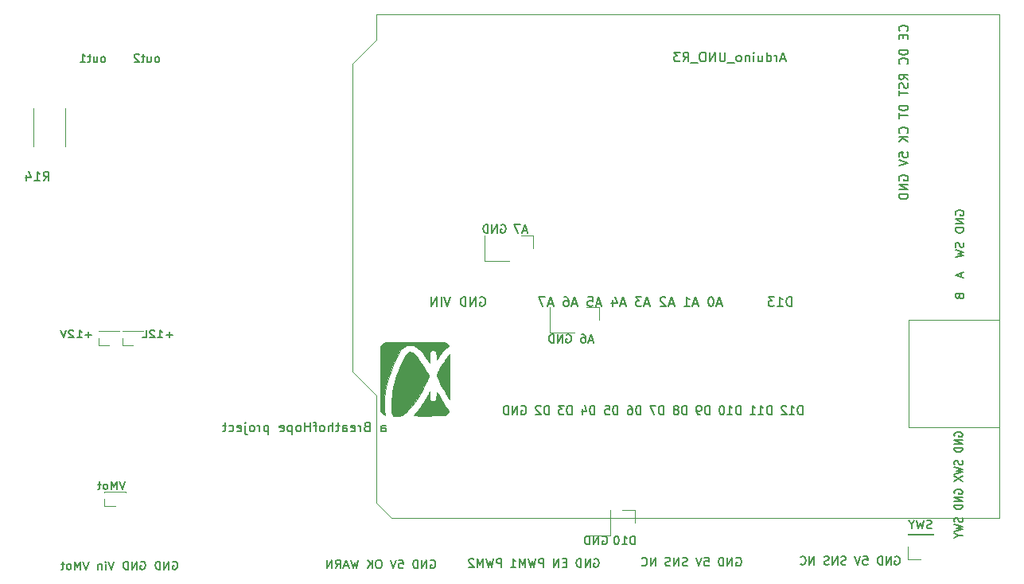
<source format=gbr>
G04 #@! TF.GenerationSoftware,KiCad,Pcbnew,5.1.5-52549c5~86~ubuntu18.04.1*
G04 #@! TF.CreationDate,2020-05-30T04:21:03+05:30*
G04 #@! TF.ProjectId,Resp2,52657370-322e-46b6-9963-61645f706362,rev?*
G04 #@! TF.SameCoordinates,Original*
G04 #@! TF.FileFunction,Legend,Bot*
G04 #@! TF.FilePolarity,Positive*
%FSLAX46Y46*%
G04 Gerber Fmt 4.6, Leading zero omitted, Abs format (unit mm)*
G04 Created by KiCad (PCBNEW 5.1.5-52549c5~86~ubuntu18.04.1) date 2020-05-30 04:21:03*
%MOMM*%
%LPD*%
G04 APERTURE LIST*
%ADD10C,0.150000*%
%ADD11C,0.010000*%
%ADD12C,0.120000*%
%ADD13C,0.100000*%
G04 APERTURE END LIST*
D10*
X80441714Y-68765000D02*
X80527428Y-68722142D01*
X80656000Y-68722142D01*
X80784571Y-68765000D01*
X80870285Y-68850714D01*
X80913142Y-68936428D01*
X80956000Y-69107857D01*
X80956000Y-69236428D01*
X80913142Y-69407857D01*
X80870285Y-69493571D01*
X80784571Y-69579285D01*
X80656000Y-69622142D01*
X80570285Y-69622142D01*
X80441714Y-69579285D01*
X80398857Y-69536428D01*
X80398857Y-69236428D01*
X80570285Y-69236428D01*
X80013142Y-69622142D02*
X80013142Y-68722142D01*
X79498857Y-69622142D01*
X79498857Y-68722142D01*
X79070285Y-69622142D02*
X79070285Y-68722142D01*
X78856000Y-68722142D01*
X78727428Y-68765000D01*
X78641714Y-68850714D01*
X78598857Y-68936428D01*
X78556000Y-69107857D01*
X78556000Y-69236428D01*
X78598857Y-69407857D01*
X78641714Y-69493571D01*
X78727428Y-69579285D01*
X78856000Y-69622142D01*
X79070285Y-69622142D01*
X69646714Y-35618000D02*
X69732428Y-35575142D01*
X69861000Y-35575142D01*
X69989571Y-35618000D01*
X70075285Y-35703714D01*
X70118142Y-35789428D01*
X70161000Y-35960857D01*
X70161000Y-36089428D01*
X70118142Y-36260857D01*
X70075285Y-36346571D01*
X69989571Y-36432285D01*
X69861000Y-36475142D01*
X69775285Y-36475142D01*
X69646714Y-36432285D01*
X69603857Y-36389428D01*
X69603857Y-36089428D01*
X69775285Y-36089428D01*
X69218142Y-36475142D02*
X69218142Y-35575142D01*
X68703857Y-36475142D01*
X68703857Y-35575142D01*
X68275285Y-36475142D02*
X68275285Y-35575142D01*
X68061000Y-35575142D01*
X67932428Y-35618000D01*
X67846714Y-35703714D01*
X67803857Y-35789428D01*
X67761000Y-35960857D01*
X67761000Y-36089428D01*
X67803857Y-36260857D01*
X67846714Y-36346571D01*
X67932428Y-36432285D01*
X68061000Y-36475142D01*
X68275285Y-36475142D01*
X79446142Y-47902000D02*
X79017571Y-47902000D01*
X79531857Y-48159142D02*
X79231857Y-47259142D01*
X78931857Y-48159142D01*
X78246142Y-47259142D02*
X78417571Y-47259142D01*
X78503285Y-47302000D01*
X78546142Y-47344857D01*
X78631857Y-47473428D01*
X78674714Y-47644857D01*
X78674714Y-47987714D01*
X78631857Y-48073428D01*
X78589000Y-48116285D01*
X78503285Y-48159142D01*
X78331857Y-48159142D01*
X78246142Y-48116285D01*
X78203285Y-48073428D01*
X78160428Y-47987714D01*
X78160428Y-47773428D01*
X78203285Y-47687714D01*
X78246142Y-47644857D01*
X78331857Y-47602000D01*
X78503285Y-47602000D01*
X78589000Y-47644857D01*
X78631857Y-47687714D01*
X78674714Y-47773428D01*
X76617571Y-47302000D02*
X76703285Y-47259142D01*
X76831857Y-47259142D01*
X76960428Y-47302000D01*
X77046142Y-47387714D01*
X77089000Y-47473428D01*
X77131857Y-47644857D01*
X77131857Y-47773428D01*
X77089000Y-47944857D01*
X77046142Y-48030571D01*
X76960428Y-48116285D01*
X76831857Y-48159142D01*
X76746142Y-48159142D01*
X76617571Y-48116285D01*
X76574714Y-48073428D01*
X76574714Y-47773428D01*
X76746142Y-47773428D01*
X76189000Y-48159142D02*
X76189000Y-47259142D01*
X75674714Y-48159142D01*
X75674714Y-47259142D01*
X75246142Y-48159142D02*
X75246142Y-47259142D01*
X75031857Y-47259142D01*
X74903285Y-47302000D01*
X74817571Y-47387714D01*
X74774714Y-47473428D01*
X74731857Y-47644857D01*
X74731857Y-47773428D01*
X74774714Y-47944857D01*
X74817571Y-48030571D01*
X74903285Y-48116285D01*
X75031857Y-48159142D01*
X75246142Y-48159142D01*
X112879142Y-14981523D02*
X112926761Y-14936285D01*
X112974380Y-14800571D01*
X112974380Y-14710095D01*
X112926761Y-14574380D01*
X112831523Y-14483904D01*
X112736285Y-14438666D01*
X112545809Y-14393428D01*
X112402952Y-14393428D01*
X112212476Y-14438666D01*
X112117238Y-14483904D01*
X112022000Y-14574380D01*
X111974380Y-14710095D01*
X111974380Y-14800571D01*
X112022000Y-14936285D01*
X112069619Y-14981523D01*
X112450571Y-15388666D02*
X112450571Y-15705333D01*
X112974380Y-15841047D02*
X112974380Y-15388666D01*
X111974380Y-15388666D01*
X111974380Y-15841047D01*
X112974380Y-16972000D02*
X111974380Y-16972000D01*
X111974380Y-17198190D01*
X112022000Y-17333904D01*
X112117238Y-17424380D01*
X112212476Y-17469619D01*
X112402952Y-17514857D01*
X112545809Y-17514857D01*
X112736285Y-17469619D01*
X112831523Y-17424380D01*
X112926761Y-17333904D01*
X112974380Y-17198190D01*
X112974380Y-16972000D01*
X112879142Y-18464857D02*
X112926761Y-18419619D01*
X112974380Y-18283904D01*
X112974380Y-18193428D01*
X112926761Y-18057714D01*
X112831523Y-17967238D01*
X112736285Y-17922000D01*
X112545809Y-17876761D01*
X112402952Y-17876761D01*
X112212476Y-17922000D01*
X112117238Y-17967238D01*
X112022000Y-18057714D01*
X111974380Y-18193428D01*
X111974380Y-18283904D01*
X112022000Y-18419619D01*
X112069619Y-18464857D01*
X112974380Y-20138666D02*
X112498190Y-19822000D01*
X112974380Y-19595809D02*
X111974380Y-19595809D01*
X111974380Y-19957714D01*
X112022000Y-20048190D01*
X112069619Y-20093428D01*
X112164857Y-20138666D01*
X112307714Y-20138666D01*
X112402952Y-20093428D01*
X112450571Y-20048190D01*
X112498190Y-19957714D01*
X112498190Y-19595809D01*
X112926761Y-20500571D02*
X112974380Y-20636285D01*
X112974380Y-20862476D01*
X112926761Y-20952952D01*
X112879142Y-20998190D01*
X112783904Y-21043428D01*
X112688666Y-21043428D01*
X112593428Y-20998190D01*
X112545809Y-20952952D01*
X112498190Y-20862476D01*
X112450571Y-20681523D01*
X112402952Y-20591047D01*
X112355333Y-20545809D01*
X112260095Y-20500571D01*
X112164857Y-20500571D01*
X112069619Y-20545809D01*
X112022000Y-20591047D01*
X111974380Y-20681523D01*
X111974380Y-20907714D01*
X112022000Y-21043428D01*
X111974380Y-21314857D02*
X111974380Y-21857714D01*
X112974380Y-21586285D02*
X111974380Y-21586285D01*
X112974380Y-22898190D02*
X111974380Y-22898190D01*
X111974380Y-23124380D01*
X112022000Y-23260095D01*
X112117238Y-23350571D01*
X112212476Y-23395809D01*
X112402952Y-23441047D01*
X112545809Y-23441047D01*
X112736285Y-23395809D01*
X112831523Y-23350571D01*
X112926761Y-23260095D01*
X112974380Y-23124380D01*
X112974380Y-22898190D01*
X111974380Y-23712476D02*
X111974380Y-24255333D01*
X112974380Y-23983904D02*
X111974380Y-23983904D01*
X112879142Y-25838666D02*
X112926761Y-25793428D01*
X112974380Y-25657714D01*
X112974380Y-25567238D01*
X112926761Y-25431523D01*
X112831523Y-25341047D01*
X112736285Y-25295809D01*
X112545809Y-25250571D01*
X112402952Y-25250571D01*
X112212476Y-25295809D01*
X112117238Y-25341047D01*
X112022000Y-25431523D01*
X111974380Y-25567238D01*
X111974380Y-25657714D01*
X112022000Y-25793428D01*
X112069619Y-25838666D01*
X112974380Y-26245809D02*
X111974380Y-26245809D01*
X112974380Y-26788666D02*
X112402952Y-26381523D01*
X111974380Y-26788666D02*
X112545809Y-26245809D01*
X111974380Y-28372000D02*
X111974380Y-27919619D01*
X112450571Y-27874380D01*
X112402952Y-27919619D01*
X112355333Y-28010095D01*
X112355333Y-28236285D01*
X112402952Y-28326761D01*
X112450571Y-28372000D01*
X112545809Y-28417238D01*
X112783904Y-28417238D01*
X112879142Y-28372000D01*
X112926761Y-28326761D01*
X112974380Y-28236285D01*
X112974380Y-28010095D01*
X112926761Y-27919619D01*
X112879142Y-27874380D01*
X111974380Y-28688666D02*
X112974380Y-29005333D01*
X111974380Y-29322000D01*
X112022000Y-30860095D02*
X111974380Y-30769619D01*
X111974380Y-30633904D01*
X112022000Y-30498190D01*
X112117238Y-30407714D01*
X112212476Y-30362476D01*
X112402952Y-30317238D01*
X112545809Y-30317238D01*
X112736285Y-30362476D01*
X112831523Y-30407714D01*
X112926761Y-30498190D01*
X112974380Y-30633904D01*
X112974380Y-30724380D01*
X112926761Y-30860095D01*
X112879142Y-30905333D01*
X112545809Y-30905333D01*
X112545809Y-30724380D01*
X112974380Y-31312476D02*
X111974380Y-31312476D01*
X112974380Y-31855333D01*
X111974380Y-31855333D01*
X112974380Y-32307714D02*
X111974380Y-32307714D01*
X111974380Y-32533904D01*
X112022000Y-32669619D01*
X112117238Y-32760095D01*
X112212476Y-32805333D01*
X112402952Y-32850571D01*
X112545809Y-32850571D01*
X112736285Y-32805333D01*
X112831523Y-32760095D01*
X112926761Y-32669619D01*
X112974380Y-32533904D01*
X112974380Y-32307714D01*
X101730571Y-55824380D02*
X101730571Y-54824380D01*
X101516285Y-54824380D01*
X101387714Y-54872000D01*
X101302000Y-54967238D01*
X101259142Y-55062476D01*
X101216285Y-55252952D01*
X101216285Y-55395809D01*
X101259142Y-55586285D01*
X101302000Y-55681523D01*
X101387714Y-55776761D01*
X101516285Y-55824380D01*
X101730571Y-55824380D01*
X100359142Y-55824380D02*
X100873428Y-55824380D01*
X100616285Y-55824380D02*
X100616285Y-54824380D01*
X100702000Y-54967238D01*
X100787714Y-55062476D01*
X100873428Y-55110095D01*
X100016285Y-54919619D02*
X99973428Y-54872000D01*
X99887714Y-54824380D01*
X99673428Y-54824380D01*
X99587714Y-54872000D01*
X99544857Y-54919619D01*
X99502000Y-55014857D01*
X99502000Y-55110095D01*
X99544857Y-55252952D01*
X100059142Y-55824380D01*
X99502000Y-55824380D01*
X98430571Y-55824380D02*
X98430571Y-54824380D01*
X98216285Y-54824380D01*
X98087714Y-54872000D01*
X98002000Y-54967238D01*
X97959142Y-55062476D01*
X97916285Y-55252952D01*
X97916285Y-55395809D01*
X97959142Y-55586285D01*
X98002000Y-55681523D01*
X98087714Y-55776761D01*
X98216285Y-55824380D01*
X98430571Y-55824380D01*
X97059142Y-55824380D02*
X97573428Y-55824380D01*
X97316285Y-55824380D02*
X97316285Y-54824380D01*
X97402000Y-54967238D01*
X97487714Y-55062476D01*
X97573428Y-55110095D01*
X96202000Y-55824380D02*
X96716285Y-55824380D01*
X96459142Y-55824380D02*
X96459142Y-54824380D01*
X96544857Y-54967238D01*
X96630571Y-55062476D01*
X96716285Y-55110095D01*
X95130571Y-55824380D02*
X95130571Y-54824380D01*
X94916285Y-54824380D01*
X94787714Y-54872000D01*
X94702000Y-54967238D01*
X94659142Y-55062476D01*
X94616285Y-55252952D01*
X94616285Y-55395809D01*
X94659142Y-55586285D01*
X94702000Y-55681523D01*
X94787714Y-55776761D01*
X94916285Y-55824380D01*
X95130571Y-55824380D01*
X93759142Y-55824380D02*
X94273428Y-55824380D01*
X94016285Y-55824380D02*
X94016285Y-54824380D01*
X94102000Y-54967238D01*
X94187714Y-55062476D01*
X94273428Y-55110095D01*
X93202000Y-54824380D02*
X93116285Y-54824380D01*
X93030571Y-54872000D01*
X92987714Y-54919619D01*
X92944857Y-55014857D01*
X92902000Y-55205333D01*
X92902000Y-55443428D01*
X92944857Y-55633904D01*
X92987714Y-55729142D01*
X93030571Y-55776761D01*
X93116285Y-55824380D01*
X93202000Y-55824380D01*
X93287714Y-55776761D01*
X93330571Y-55729142D01*
X93373428Y-55633904D01*
X93416285Y-55443428D01*
X93416285Y-55205333D01*
X93373428Y-55014857D01*
X93330571Y-54919619D01*
X93287714Y-54872000D01*
X93202000Y-54824380D01*
X91830571Y-55824380D02*
X91830571Y-54824380D01*
X91616285Y-54824380D01*
X91487714Y-54872000D01*
X91402000Y-54967238D01*
X91359142Y-55062476D01*
X91316285Y-55252952D01*
X91316285Y-55395809D01*
X91359142Y-55586285D01*
X91402000Y-55681523D01*
X91487714Y-55776761D01*
X91616285Y-55824380D01*
X91830571Y-55824380D01*
X90887714Y-55824380D02*
X90716285Y-55824380D01*
X90630571Y-55776761D01*
X90587714Y-55729142D01*
X90502000Y-55586285D01*
X90459142Y-55395809D01*
X90459142Y-55014857D01*
X90502000Y-54919619D01*
X90544857Y-54872000D01*
X90630571Y-54824380D01*
X90802000Y-54824380D01*
X90887714Y-54872000D01*
X90930571Y-54919619D01*
X90973428Y-55014857D01*
X90973428Y-55252952D01*
X90930571Y-55348190D01*
X90887714Y-55395809D01*
X90802000Y-55443428D01*
X90630571Y-55443428D01*
X90544857Y-55395809D01*
X90502000Y-55348190D01*
X90459142Y-55252952D01*
X89387714Y-55824380D02*
X89387714Y-54824380D01*
X89173428Y-54824380D01*
X89044857Y-54872000D01*
X88959142Y-54967238D01*
X88916285Y-55062476D01*
X88873428Y-55252952D01*
X88873428Y-55395809D01*
X88916285Y-55586285D01*
X88959142Y-55681523D01*
X89044857Y-55776761D01*
X89173428Y-55824380D01*
X89387714Y-55824380D01*
X88359142Y-55252952D02*
X88444857Y-55205333D01*
X88487714Y-55157714D01*
X88530571Y-55062476D01*
X88530571Y-55014857D01*
X88487714Y-54919619D01*
X88444857Y-54872000D01*
X88359142Y-54824380D01*
X88187714Y-54824380D01*
X88101999Y-54872000D01*
X88059142Y-54919619D01*
X88016285Y-55014857D01*
X88016285Y-55062476D01*
X88059142Y-55157714D01*
X88101999Y-55205333D01*
X88187714Y-55252952D01*
X88359142Y-55252952D01*
X88444857Y-55300571D01*
X88487714Y-55348190D01*
X88530571Y-55443428D01*
X88530571Y-55633904D01*
X88487714Y-55729142D01*
X88444857Y-55776761D01*
X88359142Y-55824380D01*
X88187714Y-55824380D01*
X88101999Y-55776761D01*
X88059142Y-55729142D01*
X88016285Y-55633904D01*
X88016285Y-55443428D01*
X88059142Y-55348190D01*
X88101999Y-55300571D01*
X88187714Y-55252952D01*
X86944857Y-55824380D02*
X86944857Y-54824380D01*
X86730571Y-54824380D01*
X86601999Y-54872000D01*
X86516285Y-54967238D01*
X86473428Y-55062476D01*
X86430571Y-55252952D01*
X86430571Y-55395809D01*
X86473428Y-55586285D01*
X86516285Y-55681523D01*
X86601999Y-55776761D01*
X86730571Y-55824380D01*
X86944857Y-55824380D01*
X86130571Y-54824380D02*
X85530571Y-54824380D01*
X85916285Y-55824380D01*
X84501999Y-55824380D02*
X84501999Y-54824380D01*
X84287714Y-54824380D01*
X84159142Y-54872000D01*
X84073428Y-54967238D01*
X84030571Y-55062476D01*
X83987714Y-55252952D01*
X83987714Y-55395809D01*
X84030571Y-55586285D01*
X84073428Y-55681523D01*
X84159142Y-55776761D01*
X84287714Y-55824380D01*
X84501999Y-55824380D01*
X83216285Y-54824380D02*
X83387714Y-54824380D01*
X83473428Y-54872000D01*
X83516285Y-54919619D01*
X83601999Y-55062476D01*
X83644857Y-55252952D01*
X83644857Y-55633904D01*
X83601999Y-55729142D01*
X83559142Y-55776761D01*
X83473428Y-55824380D01*
X83301999Y-55824380D01*
X83216285Y-55776761D01*
X83173428Y-55729142D01*
X83130571Y-55633904D01*
X83130571Y-55395809D01*
X83173428Y-55300571D01*
X83216285Y-55252952D01*
X83301999Y-55205333D01*
X83473428Y-55205333D01*
X83559142Y-55252952D01*
X83601999Y-55300571D01*
X83644857Y-55395809D01*
X82059142Y-55824380D02*
X82059142Y-54824380D01*
X81844857Y-54824380D01*
X81716285Y-54872000D01*
X81630571Y-54967238D01*
X81587714Y-55062476D01*
X81544857Y-55252952D01*
X81544857Y-55395809D01*
X81587714Y-55586285D01*
X81630571Y-55681523D01*
X81716285Y-55776761D01*
X81844857Y-55824380D01*
X82059142Y-55824380D01*
X80730571Y-54824380D02*
X81159142Y-54824380D01*
X81201999Y-55300571D01*
X81159142Y-55252952D01*
X81073428Y-55205333D01*
X80859142Y-55205333D01*
X80773428Y-55252952D01*
X80730571Y-55300571D01*
X80687714Y-55395809D01*
X80687714Y-55633904D01*
X80730571Y-55729142D01*
X80773428Y-55776761D01*
X80859142Y-55824380D01*
X81073428Y-55824380D01*
X81159142Y-55776761D01*
X81201999Y-55729142D01*
X79616285Y-55824380D02*
X79616285Y-54824380D01*
X79401999Y-54824380D01*
X79273428Y-54872000D01*
X79187714Y-54967238D01*
X79144857Y-55062476D01*
X79101999Y-55252952D01*
X79101999Y-55395809D01*
X79144857Y-55586285D01*
X79187714Y-55681523D01*
X79273428Y-55776761D01*
X79401999Y-55824380D01*
X79616285Y-55824380D01*
X78330571Y-55157714D02*
X78330571Y-55824380D01*
X78544857Y-54776761D02*
X78759142Y-55491047D01*
X78201999Y-55491047D01*
X77173428Y-55824380D02*
X77173428Y-54824380D01*
X76959142Y-54824380D01*
X76830571Y-54872000D01*
X76744857Y-54967238D01*
X76701999Y-55062476D01*
X76659142Y-55252952D01*
X76659142Y-55395809D01*
X76701999Y-55586285D01*
X76744857Y-55681523D01*
X76830571Y-55776761D01*
X76959142Y-55824380D01*
X77173428Y-55824380D01*
X76359142Y-54824380D02*
X75801999Y-54824380D01*
X76101999Y-55205333D01*
X75973428Y-55205333D01*
X75887714Y-55252952D01*
X75844857Y-55300571D01*
X75801999Y-55395809D01*
X75801999Y-55633904D01*
X75844857Y-55729142D01*
X75887714Y-55776761D01*
X75973428Y-55824380D01*
X76230571Y-55824380D01*
X76316285Y-55776761D01*
X76359142Y-55729142D01*
X74730571Y-55824380D02*
X74730571Y-54824380D01*
X74516285Y-54824380D01*
X74387714Y-54872000D01*
X74301999Y-54967238D01*
X74259142Y-55062476D01*
X74216285Y-55252952D01*
X74216285Y-55395809D01*
X74259142Y-55586285D01*
X74301999Y-55681523D01*
X74387714Y-55776761D01*
X74516285Y-55824380D01*
X74730571Y-55824380D01*
X73873428Y-54919619D02*
X73830571Y-54872000D01*
X73744857Y-54824380D01*
X73530571Y-54824380D01*
X73444857Y-54872000D01*
X73401999Y-54919619D01*
X73359142Y-55014857D01*
X73359142Y-55110095D01*
X73401999Y-55252952D01*
X73916285Y-55824380D01*
X73359142Y-55824380D01*
X71816285Y-54872000D02*
X71901999Y-54824380D01*
X72030571Y-54824380D01*
X72159142Y-54872000D01*
X72244857Y-54967238D01*
X72287714Y-55062476D01*
X72330571Y-55252952D01*
X72330571Y-55395809D01*
X72287714Y-55586285D01*
X72244857Y-55681523D01*
X72159142Y-55776761D01*
X72030571Y-55824380D01*
X71944857Y-55824380D01*
X71816285Y-55776761D01*
X71773428Y-55729142D01*
X71773428Y-55395809D01*
X71944857Y-55395809D01*
X71387714Y-55824380D02*
X71387714Y-54824380D01*
X70873428Y-55824380D01*
X70873428Y-54824380D01*
X70444857Y-55824380D02*
X70444857Y-54824380D01*
X70230571Y-54824380D01*
X70101999Y-54872000D01*
X70016285Y-54967238D01*
X69973428Y-55062476D01*
X69930571Y-55252952D01*
X69930571Y-55395809D01*
X69973428Y-55586285D01*
X70016285Y-55681523D01*
X70101999Y-55776761D01*
X70230571Y-55824380D01*
X70444857Y-55824380D01*
X100573666Y-44267380D02*
X100573666Y-43267380D01*
X100335571Y-43267380D01*
X100192714Y-43315000D01*
X100097476Y-43410238D01*
X100049857Y-43505476D01*
X100002238Y-43695952D01*
X100002238Y-43838809D01*
X100049857Y-44029285D01*
X100097476Y-44124523D01*
X100192714Y-44219761D01*
X100335571Y-44267380D01*
X100573666Y-44267380D01*
X99049857Y-44267380D02*
X99621285Y-44267380D01*
X99335571Y-44267380D02*
X99335571Y-43267380D01*
X99430809Y-43410238D01*
X99526047Y-43505476D01*
X99621285Y-43553095D01*
X98716523Y-43267380D02*
X98097476Y-43267380D01*
X98430809Y-43648333D01*
X98287952Y-43648333D01*
X98192714Y-43695952D01*
X98145095Y-43743571D01*
X98097476Y-43838809D01*
X98097476Y-44076904D01*
X98145095Y-44172142D01*
X98192714Y-44219761D01*
X98287952Y-44267380D01*
X98573666Y-44267380D01*
X98668904Y-44219761D01*
X98716523Y-44172142D01*
X93145095Y-43981666D02*
X92668904Y-43981666D01*
X93240333Y-44267380D02*
X92907000Y-43267380D01*
X92573666Y-44267380D01*
X92049857Y-43267380D02*
X91954619Y-43267380D01*
X91859380Y-43315000D01*
X91811761Y-43362619D01*
X91764142Y-43457857D01*
X91716523Y-43648333D01*
X91716523Y-43886428D01*
X91764142Y-44076904D01*
X91811761Y-44172142D01*
X91859380Y-44219761D01*
X91954619Y-44267380D01*
X92049857Y-44267380D01*
X92145095Y-44219761D01*
X92192714Y-44172142D01*
X92240333Y-44076904D01*
X92287952Y-43886428D01*
X92287952Y-43648333D01*
X92240333Y-43457857D01*
X92192714Y-43362619D01*
X92145095Y-43315000D01*
X92049857Y-43267380D01*
X90573666Y-43981666D02*
X90097476Y-43981666D01*
X90668904Y-44267380D02*
X90335571Y-43267380D01*
X90002238Y-44267380D01*
X89145095Y-44267380D02*
X89716523Y-44267380D01*
X89430809Y-44267380D02*
X89430809Y-43267380D01*
X89526047Y-43410238D01*
X89621285Y-43505476D01*
X89716523Y-43553095D01*
X88002238Y-43981666D02*
X87526047Y-43981666D01*
X88097476Y-44267380D02*
X87764142Y-43267380D01*
X87430809Y-44267380D01*
X87145095Y-43362619D02*
X87097476Y-43315000D01*
X87002238Y-43267380D01*
X86764142Y-43267380D01*
X86668904Y-43315000D01*
X86621285Y-43362619D01*
X86573666Y-43457857D01*
X86573666Y-43553095D01*
X86621285Y-43695952D01*
X87192714Y-44267380D01*
X86573666Y-44267380D01*
X85430809Y-43981666D02*
X84954619Y-43981666D01*
X85526047Y-44267380D02*
X85192714Y-43267380D01*
X84859380Y-44267380D01*
X84621285Y-43267380D02*
X84002238Y-43267380D01*
X84335571Y-43648333D01*
X84192714Y-43648333D01*
X84097476Y-43695952D01*
X84049857Y-43743571D01*
X84002238Y-43838809D01*
X84002238Y-44076904D01*
X84049857Y-44172142D01*
X84097476Y-44219761D01*
X84192714Y-44267380D01*
X84478428Y-44267380D01*
X84573666Y-44219761D01*
X84621285Y-44172142D01*
X82859380Y-43981666D02*
X82383190Y-43981666D01*
X82954619Y-44267380D02*
X82621285Y-43267380D01*
X82287952Y-44267380D01*
X81526047Y-43600714D02*
X81526047Y-44267380D01*
X81764142Y-43219761D02*
X82002238Y-43934047D01*
X81383190Y-43934047D01*
X80287952Y-43981666D02*
X79811761Y-43981666D01*
X80383190Y-44267380D02*
X80049857Y-43267380D01*
X79716523Y-44267380D01*
X78907000Y-43267380D02*
X79383190Y-43267380D01*
X79430809Y-43743571D01*
X79383190Y-43695952D01*
X79287952Y-43648333D01*
X79049857Y-43648333D01*
X78954619Y-43695952D01*
X78907000Y-43743571D01*
X78859380Y-43838809D01*
X78859380Y-44076904D01*
X78907000Y-44172142D01*
X78954619Y-44219761D01*
X79049857Y-44267380D01*
X79287952Y-44267380D01*
X79383190Y-44219761D01*
X79430809Y-44172142D01*
X77716523Y-43981666D02*
X77240333Y-43981666D01*
X77811761Y-44267380D02*
X77478428Y-43267380D01*
X77145095Y-44267380D01*
X76383190Y-43267380D02*
X76573666Y-43267380D01*
X76668904Y-43315000D01*
X76716523Y-43362619D01*
X76811761Y-43505476D01*
X76859380Y-43695952D01*
X76859380Y-44076904D01*
X76811761Y-44172142D01*
X76764142Y-44219761D01*
X76668904Y-44267380D01*
X76478428Y-44267380D01*
X76383190Y-44219761D01*
X76335571Y-44172142D01*
X76287952Y-44076904D01*
X76287952Y-43838809D01*
X76335571Y-43743571D01*
X76383190Y-43695952D01*
X76478428Y-43648333D01*
X76668904Y-43648333D01*
X76764142Y-43695952D01*
X76811761Y-43743571D01*
X76859380Y-43838809D01*
X75145095Y-43981666D02*
X74668904Y-43981666D01*
X75240333Y-44267380D02*
X74907000Y-43267380D01*
X74573666Y-44267380D01*
X74335571Y-43267380D02*
X73668904Y-43267380D01*
X74097476Y-44267380D01*
X67430809Y-43315000D02*
X67526047Y-43267380D01*
X67668904Y-43267380D01*
X67811761Y-43315000D01*
X67907000Y-43410238D01*
X67954619Y-43505476D01*
X68002238Y-43695952D01*
X68002238Y-43838809D01*
X67954619Y-44029285D01*
X67907000Y-44124523D01*
X67811761Y-44219761D01*
X67668904Y-44267380D01*
X67573666Y-44267380D01*
X67430809Y-44219761D01*
X67383190Y-44172142D01*
X67383190Y-43838809D01*
X67573666Y-43838809D01*
X66954619Y-44267380D02*
X66954619Y-43267380D01*
X66383190Y-44267380D01*
X66383190Y-43267380D01*
X65907000Y-44267380D02*
X65907000Y-43267380D01*
X65668904Y-43267380D01*
X65526047Y-43315000D01*
X65430809Y-43410238D01*
X65383190Y-43505476D01*
X65335571Y-43695952D01*
X65335571Y-43838809D01*
X65383190Y-44029285D01*
X65430809Y-44124523D01*
X65526047Y-44219761D01*
X65668904Y-44267380D01*
X65907000Y-44267380D01*
X64287952Y-43267380D02*
X63954619Y-44267380D01*
X63621285Y-43267380D01*
X63287952Y-44267380D02*
X63287952Y-43267380D01*
X62811761Y-44267380D02*
X62811761Y-43267380D01*
X62240333Y-44267380D01*
X62240333Y-43267380D01*
X33111571Y-18314142D02*
X33197285Y-18271285D01*
X33240142Y-18228428D01*
X33283000Y-18142714D01*
X33283000Y-17885571D01*
X33240142Y-17799857D01*
X33197285Y-17757000D01*
X33111571Y-17714142D01*
X32983000Y-17714142D01*
X32897285Y-17757000D01*
X32854428Y-17799857D01*
X32811571Y-17885571D01*
X32811571Y-18142714D01*
X32854428Y-18228428D01*
X32897285Y-18271285D01*
X32983000Y-18314142D01*
X33111571Y-18314142D01*
X32040142Y-17714142D02*
X32040142Y-18314142D01*
X32425857Y-17714142D02*
X32425857Y-18185571D01*
X32383000Y-18271285D01*
X32297285Y-18314142D01*
X32168714Y-18314142D01*
X32083000Y-18271285D01*
X32040142Y-18228428D01*
X31740142Y-17714142D02*
X31397285Y-17714142D01*
X31611571Y-17414142D02*
X31611571Y-18185571D01*
X31568714Y-18271285D01*
X31483000Y-18314142D01*
X31397285Y-18314142D01*
X31140142Y-17499857D02*
X31097285Y-17457000D01*
X31011571Y-17414142D01*
X30797285Y-17414142D01*
X30711571Y-17457000D01*
X30668714Y-17499857D01*
X30625857Y-17585571D01*
X30625857Y-17671285D01*
X30668714Y-17799857D01*
X31183000Y-18314142D01*
X30625857Y-18314142D01*
X27368714Y-18314142D02*
X27454428Y-18271285D01*
X27497285Y-18228428D01*
X27540142Y-18142714D01*
X27540142Y-17885571D01*
X27497285Y-17799857D01*
X27454428Y-17757000D01*
X27368714Y-17714142D01*
X27240142Y-17714142D01*
X27154428Y-17757000D01*
X27111571Y-17799857D01*
X27068714Y-17885571D01*
X27068714Y-18142714D01*
X27111571Y-18228428D01*
X27154428Y-18271285D01*
X27240142Y-18314142D01*
X27368714Y-18314142D01*
X26297285Y-17714142D02*
X26297285Y-18314142D01*
X26683000Y-17714142D02*
X26683000Y-18185571D01*
X26640142Y-18271285D01*
X26554428Y-18314142D01*
X26425857Y-18314142D01*
X26340142Y-18271285D01*
X26297285Y-18228428D01*
X25997285Y-17714142D02*
X25654428Y-17714142D01*
X25868714Y-17414142D02*
X25868714Y-18185571D01*
X25825857Y-18271285D01*
X25740142Y-18314142D01*
X25654428Y-18314142D01*
X24883000Y-18314142D02*
X25397285Y-18314142D01*
X25140142Y-18314142D02*
X25140142Y-17414142D01*
X25225857Y-17542714D01*
X25311571Y-17628428D01*
X25397285Y-17671285D01*
X118041000Y-34556428D02*
X117998142Y-34470714D01*
X117998142Y-34342142D01*
X118041000Y-34213571D01*
X118126714Y-34127857D01*
X118212428Y-34085000D01*
X118383857Y-34042142D01*
X118512428Y-34042142D01*
X118683857Y-34085000D01*
X118769571Y-34127857D01*
X118855285Y-34213571D01*
X118898142Y-34342142D01*
X118898142Y-34427857D01*
X118855285Y-34556428D01*
X118812428Y-34599285D01*
X118512428Y-34599285D01*
X118512428Y-34427857D01*
X118898142Y-34985000D02*
X117998142Y-34985000D01*
X118898142Y-35499285D01*
X117998142Y-35499285D01*
X118898142Y-35927857D02*
X117998142Y-35927857D01*
X117998142Y-36142142D01*
X118041000Y-36270714D01*
X118126714Y-36356428D01*
X118212428Y-36399285D01*
X118383857Y-36442142D01*
X118512428Y-36442142D01*
X118683857Y-36399285D01*
X118769571Y-36356428D01*
X118855285Y-36270714D01*
X118898142Y-36142142D01*
X118898142Y-35927857D01*
X118855285Y-37470714D02*
X118898142Y-37599285D01*
X118898142Y-37813571D01*
X118855285Y-37899285D01*
X118812428Y-37942142D01*
X118726714Y-37985000D01*
X118641000Y-37985000D01*
X118555285Y-37942142D01*
X118512428Y-37899285D01*
X118469571Y-37813571D01*
X118426714Y-37642142D01*
X118383857Y-37556428D01*
X118341000Y-37513571D01*
X118255285Y-37470714D01*
X118169571Y-37470714D01*
X118083857Y-37513571D01*
X118041000Y-37556428D01*
X117998142Y-37642142D01*
X117998142Y-37856428D01*
X118041000Y-37985000D01*
X117998142Y-38285000D02*
X118898142Y-38499285D01*
X118255285Y-38670714D01*
X118898142Y-38842142D01*
X117998142Y-39056428D01*
X118641000Y-40727857D02*
X118641000Y-41156428D01*
X118898142Y-40642142D02*
X117998142Y-40942142D01*
X118898142Y-41242142D01*
X118426714Y-43213571D02*
X118469571Y-43342142D01*
X118512428Y-43385000D01*
X118598142Y-43427857D01*
X118726714Y-43427857D01*
X118812428Y-43385000D01*
X118855285Y-43342142D01*
X118898142Y-43256428D01*
X118898142Y-42913571D01*
X117998142Y-42913571D01*
X117998142Y-43213571D01*
X118041000Y-43299285D01*
X118083857Y-43342142D01*
X118169571Y-43385000D01*
X118255285Y-43385000D01*
X118341000Y-43342142D01*
X118383857Y-43299285D01*
X118426714Y-43213571D01*
X118426714Y-42913571D01*
X117914000Y-58103142D02*
X117871142Y-58026952D01*
X117871142Y-57912666D01*
X117914000Y-57798380D01*
X117999714Y-57722190D01*
X118085428Y-57684095D01*
X118256857Y-57646000D01*
X118385428Y-57646000D01*
X118556857Y-57684095D01*
X118642571Y-57722190D01*
X118728285Y-57798380D01*
X118771142Y-57912666D01*
X118771142Y-57988857D01*
X118728285Y-58103142D01*
X118685428Y-58141238D01*
X118385428Y-58141238D01*
X118385428Y-57988857D01*
X118771142Y-58484095D02*
X117871142Y-58484095D01*
X118771142Y-58941238D01*
X117871142Y-58941238D01*
X118771142Y-59322190D02*
X117871142Y-59322190D01*
X117871142Y-59512666D01*
X117914000Y-59626952D01*
X117999714Y-59703142D01*
X118085428Y-59741238D01*
X118256857Y-59779333D01*
X118385428Y-59779333D01*
X118556857Y-59741238D01*
X118642571Y-59703142D01*
X118728285Y-59626952D01*
X118771142Y-59512666D01*
X118771142Y-59322190D01*
X118728285Y-60693619D02*
X118771142Y-60807904D01*
X118771142Y-60998380D01*
X118728285Y-61074571D01*
X118685428Y-61112666D01*
X118599714Y-61150761D01*
X118514000Y-61150761D01*
X118428285Y-61112666D01*
X118385428Y-61074571D01*
X118342571Y-60998380D01*
X118299714Y-60846000D01*
X118256857Y-60769809D01*
X118214000Y-60731714D01*
X118128285Y-60693619D01*
X118042571Y-60693619D01*
X117956857Y-60731714D01*
X117914000Y-60769809D01*
X117871142Y-60846000D01*
X117871142Y-61036476D01*
X117914000Y-61150761D01*
X117871142Y-61417428D02*
X118771142Y-61607904D01*
X118128285Y-61760285D01*
X118771142Y-61912666D01*
X117871142Y-62103142D01*
X117871142Y-62331714D02*
X118771142Y-62865047D01*
X117871142Y-62865047D02*
X118771142Y-62331714D01*
X117914000Y-64198380D02*
X117871142Y-64122190D01*
X117871142Y-64007904D01*
X117914000Y-63893619D01*
X117999714Y-63817428D01*
X118085428Y-63779333D01*
X118256857Y-63741238D01*
X118385428Y-63741238D01*
X118556857Y-63779333D01*
X118642571Y-63817428D01*
X118728285Y-63893619D01*
X118771142Y-64007904D01*
X118771142Y-64084095D01*
X118728285Y-64198380D01*
X118685428Y-64236476D01*
X118385428Y-64236476D01*
X118385428Y-64084095D01*
X118771142Y-64579333D02*
X117871142Y-64579333D01*
X118771142Y-65036476D01*
X117871142Y-65036476D01*
X118771142Y-65417428D02*
X117871142Y-65417428D01*
X117871142Y-65607904D01*
X117914000Y-65722190D01*
X117999714Y-65798380D01*
X118085428Y-65836476D01*
X118256857Y-65874571D01*
X118385428Y-65874571D01*
X118556857Y-65836476D01*
X118642571Y-65798380D01*
X118728285Y-65722190D01*
X118771142Y-65607904D01*
X118771142Y-65417428D01*
X118728285Y-66788857D02*
X118771142Y-66903142D01*
X118771142Y-67093619D01*
X118728285Y-67169809D01*
X118685428Y-67207904D01*
X118599714Y-67246000D01*
X118514000Y-67246000D01*
X118428285Y-67207904D01*
X118385428Y-67169809D01*
X118342571Y-67093619D01*
X118299714Y-66941238D01*
X118256857Y-66865047D01*
X118214000Y-66826952D01*
X118128285Y-66788857D01*
X118042571Y-66788857D01*
X117956857Y-66826952D01*
X117914000Y-66865047D01*
X117871142Y-66941238D01*
X117871142Y-67131714D01*
X117914000Y-67246000D01*
X117871142Y-67512666D02*
X118771142Y-67703142D01*
X118128285Y-67855523D01*
X118771142Y-68007904D01*
X117871142Y-68198380D01*
X118342571Y-68655523D02*
X118771142Y-68655523D01*
X117871142Y-68388857D02*
X118342571Y-68655523D01*
X117871142Y-68922190D01*
X34740142Y-71457000D02*
X34825857Y-71416523D01*
X34954428Y-71416523D01*
X35083000Y-71457000D01*
X35168714Y-71537952D01*
X35211571Y-71618904D01*
X35254428Y-71780809D01*
X35254428Y-71902238D01*
X35211571Y-72064142D01*
X35168714Y-72145095D01*
X35083000Y-72226047D01*
X34954428Y-72266523D01*
X34868714Y-72266523D01*
X34740142Y-72226047D01*
X34697285Y-72185571D01*
X34697285Y-71902238D01*
X34868714Y-71902238D01*
X34311571Y-72266523D02*
X34311571Y-71416523D01*
X33797285Y-72266523D01*
X33797285Y-71416523D01*
X33368714Y-72266523D02*
X33368714Y-71416523D01*
X33154428Y-71416523D01*
X33025857Y-71457000D01*
X32940142Y-71537952D01*
X32897285Y-71618904D01*
X32854428Y-71780809D01*
X32854428Y-71902238D01*
X32897285Y-72064142D01*
X32940142Y-72145095D01*
X33025857Y-72226047D01*
X33154428Y-72266523D01*
X33368714Y-72266523D01*
X31311571Y-71457000D02*
X31397285Y-71416523D01*
X31525857Y-71416523D01*
X31654428Y-71457000D01*
X31740142Y-71537952D01*
X31783000Y-71618904D01*
X31825857Y-71780809D01*
X31825857Y-71902238D01*
X31783000Y-72064142D01*
X31740142Y-72145095D01*
X31654428Y-72226047D01*
X31525857Y-72266523D01*
X31440142Y-72266523D01*
X31311571Y-72226047D01*
X31268714Y-72185571D01*
X31268714Y-71902238D01*
X31440142Y-71902238D01*
X30883000Y-72266523D02*
X30883000Y-71416523D01*
X30368714Y-72266523D01*
X30368714Y-71416523D01*
X29940142Y-72266523D02*
X29940142Y-71416523D01*
X29725857Y-71416523D01*
X29597285Y-71457000D01*
X29511571Y-71537952D01*
X29468714Y-71618904D01*
X29425857Y-71780809D01*
X29425857Y-71902238D01*
X29468714Y-72064142D01*
X29511571Y-72145095D01*
X29597285Y-72226047D01*
X29725857Y-72266523D01*
X29940142Y-72266523D01*
X28483000Y-71416523D02*
X28183000Y-72266523D01*
X27883000Y-71416523D01*
X27583000Y-72266523D02*
X27583000Y-71699857D01*
X27583000Y-71416523D02*
X27625857Y-71457000D01*
X27583000Y-71497476D01*
X27540142Y-71457000D01*
X27583000Y-71416523D01*
X27583000Y-71497476D01*
X27154428Y-71699857D02*
X27154428Y-72266523D01*
X27154428Y-71780809D02*
X27111571Y-71740333D01*
X27025857Y-71699857D01*
X26897285Y-71699857D01*
X26811571Y-71740333D01*
X26768714Y-71821285D01*
X26768714Y-72266523D01*
X25783000Y-71416523D02*
X25483000Y-72266523D01*
X25183000Y-71416523D01*
X24883000Y-72266523D02*
X24883000Y-71416523D01*
X24583000Y-72023666D01*
X24283000Y-71416523D01*
X24283000Y-72266523D01*
X23725857Y-72266523D02*
X23811571Y-72226047D01*
X23854428Y-72185571D01*
X23897285Y-72104619D01*
X23897285Y-71861761D01*
X23854428Y-71780809D01*
X23811571Y-71740333D01*
X23725857Y-71699857D01*
X23597285Y-71699857D01*
X23511571Y-71740333D01*
X23468714Y-71780809D01*
X23425857Y-71861761D01*
X23425857Y-72104619D01*
X23468714Y-72185571D01*
X23511571Y-72226047D01*
X23597285Y-72266523D01*
X23725857Y-72266523D01*
X23168714Y-71699857D02*
X22825857Y-71699857D01*
X23040142Y-71416523D02*
X23040142Y-72145095D01*
X22997285Y-72226047D01*
X22911571Y-72266523D01*
X22825857Y-72266523D01*
X62167428Y-71305000D02*
X62253142Y-71262142D01*
X62381714Y-71262142D01*
X62510285Y-71305000D01*
X62596000Y-71390714D01*
X62638857Y-71476428D01*
X62681714Y-71647857D01*
X62681714Y-71776428D01*
X62638857Y-71947857D01*
X62596000Y-72033571D01*
X62510285Y-72119285D01*
X62381714Y-72162142D01*
X62296000Y-72162142D01*
X62167428Y-72119285D01*
X62124571Y-72076428D01*
X62124571Y-71776428D01*
X62296000Y-71776428D01*
X61738857Y-72162142D02*
X61738857Y-71262142D01*
X61224571Y-72162142D01*
X61224571Y-71262142D01*
X60796000Y-72162142D02*
X60796000Y-71262142D01*
X60581714Y-71262142D01*
X60453142Y-71305000D01*
X60367428Y-71390714D01*
X60324571Y-71476428D01*
X60281714Y-71647857D01*
X60281714Y-71776428D01*
X60324571Y-71947857D01*
X60367428Y-72033571D01*
X60453142Y-72119285D01*
X60581714Y-72162142D01*
X60796000Y-72162142D01*
X58781714Y-71262142D02*
X59210285Y-71262142D01*
X59253142Y-71690714D01*
X59210285Y-71647857D01*
X59124571Y-71605000D01*
X58910285Y-71605000D01*
X58824571Y-71647857D01*
X58781714Y-71690714D01*
X58738857Y-71776428D01*
X58738857Y-71990714D01*
X58781714Y-72076428D01*
X58824571Y-72119285D01*
X58910285Y-72162142D01*
X59124571Y-72162142D01*
X59210285Y-72119285D01*
X59253142Y-72076428D01*
X58481714Y-71262142D02*
X58181714Y-72162142D01*
X57881714Y-71262142D01*
X56724571Y-71262142D02*
X56553142Y-71262142D01*
X56467428Y-71305000D01*
X56381714Y-71390714D01*
X56338857Y-71562142D01*
X56338857Y-71862142D01*
X56381714Y-72033571D01*
X56467428Y-72119285D01*
X56553142Y-72162142D01*
X56724571Y-72162142D01*
X56810285Y-72119285D01*
X56896000Y-72033571D01*
X56938857Y-71862142D01*
X56938857Y-71562142D01*
X56896000Y-71390714D01*
X56810285Y-71305000D01*
X56724571Y-71262142D01*
X55953142Y-72162142D02*
X55953142Y-71262142D01*
X55438857Y-72162142D02*
X55824571Y-71647857D01*
X55438857Y-71262142D02*
X55953142Y-71776428D01*
X54453142Y-71262142D02*
X54238857Y-72162142D01*
X54067428Y-71519285D01*
X53896000Y-72162142D01*
X53681714Y-71262142D01*
X53381714Y-71905000D02*
X52953142Y-71905000D01*
X53467428Y-72162142D02*
X53167428Y-71262142D01*
X52867428Y-72162142D01*
X52053142Y-72162142D02*
X52353142Y-71733571D01*
X52567428Y-72162142D02*
X52567428Y-71262142D01*
X52224571Y-71262142D01*
X52138857Y-71305000D01*
X52096000Y-71347857D01*
X52053142Y-71433571D01*
X52053142Y-71562142D01*
X52096000Y-71647857D01*
X52138857Y-71690714D01*
X52224571Y-71733571D01*
X52567428Y-71733571D01*
X51667428Y-72162142D02*
X51667428Y-71262142D01*
X51153142Y-72162142D01*
X51153142Y-71262142D01*
X79559142Y-71178000D02*
X79644857Y-71135142D01*
X79773428Y-71135142D01*
X79902000Y-71178000D01*
X79987714Y-71263714D01*
X80030571Y-71349428D01*
X80073428Y-71520857D01*
X80073428Y-71649428D01*
X80030571Y-71820857D01*
X79987714Y-71906571D01*
X79902000Y-71992285D01*
X79773428Y-72035142D01*
X79687714Y-72035142D01*
X79559142Y-71992285D01*
X79516285Y-71949428D01*
X79516285Y-71649428D01*
X79687714Y-71649428D01*
X79130571Y-72035142D02*
X79130571Y-71135142D01*
X78616285Y-72035142D01*
X78616285Y-71135142D01*
X78187714Y-72035142D02*
X78187714Y-71135142D01*
X77973428Y-71135142D01*
X77844857Y-71178000D01*
X77759142Y-71263714D01*
X77716285Y-71349428D01*
X77673428Y-71520857D01*
X77673428Y-71649428D01*
X77716285Y-71820857D01*
X77759142Y-71906571D01*
X77844857Y-71992285D01*
X77973428Y-72035142D01*
X78187714Y-72035142D01*
X76602000Y-71563714D02*
X76302000Y-71563714D01*
X76173428Y-72035142D02*
X76602000Y-72035142D01*
X76602000Y-71135142D01*
X76173428Y-71135142D01*
X75787714Y-72035142D02*
X75787714Y-71135142D01*
X75273428Y-72035142D01*
X75273428Y-71135142D01*
X74159142Y-72035142D02*
X74159142Y-71135142D01*
X73816285Y-71135142D01*
X73730571Y-71178000D01*
X73687714Y-71220857D01*
X73644857Y-71306571D01*
X73644857Y-71435142D01*
X73687714Y-71520857D01*
X73730571Y-71563714D01*
X73816285Y-71606571D01*
X74159142Y-71606571D01*
X73344857Y-71135142D02*
X73130571Y-72035142D01*
X72959142Y-71392285D01*
X72787714Y-72035142D01*
X72573428Y-71135142D01*
X72230571Y-72035142D02*
X72230571Y-71135142D01*
X71930571Y-71778000D01*
X71630571Y-71135142D01*
X71630571Y-72035142D01*
X70730571Y-72035142D02*
X71244857Y-72035142D01*
X70987714Y-72035142D02*
X70987714Y-71135142D01*
X71073428Y-71263714D01*
X71159142Y-71349428D01*
X71244857Y-71392285D01*
X69659142Y-72035142D02*
X69659142Y-71135142D01*
X69316285Y-71135142D01*
X69230571Y-71178000D01*
X69187714Y-71220857D01*
X69144857Y-71306571D01*
X69144857Y-71435142D01*
X69187714Y-71520857D01*
X69230571Y-71563714D01*
X69316285Y-71606571D01*
X69659142Y-71606571D01*
X68844857Y-71135142D02*
X68630571Y-72035142D01*
X68459142Y-71392285D01*
X68287714Y-72035142D01*
X68073428Y-71135142D01*
X67730571Y-72035142D02*
X67730571Y-71135142D01*
X67430571Y-71778000D01*
X67130571Y-71135142D01*
X67130571Y-72035142D01*
X66744857Y-71220857D02*
X66702000Y-71178000D01*
X66616285Y-71135142D01*
X66402000Y-71135142D01*
X66316285Y-71178000D01*
X66273428Y-71220857D01*
X66230571Y-71306571D01*
X66230571Y-71392285D01*
X66273428Y-71520857D01*
X66787714Y-72035142D01*
X66230571Y-72035142D01*
X94694571Y-71051000D02*
X94780285Y-71008142D01*
X94908857Y-71008142D01*
X95037428Y-71051000D01*
X95123142Y-71136714D01*
X95166000Y-71222428D01*
X95208857Y-71393857D01*
X95208857Y-71522428D01*
X95166000Y-71693857D01*
X95123142Y-71779571D01*
X95037428Y-71865285D01*
X94908857Y-71908142D01*
X94823142Y-71908142D01*
X94694571Y-71865285D01*
X94651714Y-71822428D01*
X94651714Y-71522428D01*
X94823142Y-71522428D01*
X94266000Y-71908142D02*
X94266000Y-71008142D01*
X93751714Y-71908142D01*
X93751714Y-71008142D01*
X93323142Y-71908142D02*
X93323142Y-71008142D01*
X93108857Y-71008142D01*
X92980285Y-71051000D01*
X92894571Y-71136714D01*
X92851714Y-71222428D01*
X92808857Y-71393857D01*
X92808857Y-71522428D01*
X92851714Y-71693857D01*
X92894571Y-71779571D01*
X92980285Y-71865285D01*
X93108857Y-71908142D01*
X93323142Y-71908142D01*
X91308857Y-71008142D02*
X91737428Y-71008142D01*
X91780285Y-71436714D01*
X91737428Y-71393857D01*
X91651714Y-71351000D01*
X91437428Y-71351000D01*
X91351714Y-71393857D01*
X91308857Y-71436714D01*
X91266000Y-71522428D01*
X91266000Y-71736714D01*
X91308857Y-71822428D01*
X91351714Y-71865285D01*
X91437428Y-71908142D01*
X91651714Y-71908142D01*
X91737428Y-71865285D01*
X91780285Y-71822428D01*
X91008857Y-71008142D02*
X90708857Y-71908142D01*
X90408857Y-71008142D01*
X89466000Y-71865285D02*
X89337428Y-71908142D01*
X89123142Y-71908142D01*
X89037428Y-71865285D01*
X88994571Y-71822428D01*
X88951714Y-71736714D01*
X88951714Y-71651000D01*
X88994571Y-71565285D01*
X89037428Y-71522428D01*
X89123142Y-71479571D01*
X89294571Y-71436714D01*
X89380285Y-71393857D01*
X89423142Y-71351000D01*
X89466000Y-71265285D01*
X89466000Y-71179571D01*
X89423142Y-71093857D01*
X89380285Y-71051000D01*
X89294571Y-71008142D01*
X89080285Y-71008142D01*
X88951714Y-71051000D01*
X88566000Y-71908142D02*
X88566000Y-71008142D01*
X88051714Y-71908142D01*
X88051714Y-71008142D01*
X87666000Y-71865285D02*
X87537428Y-71908142D01*
X87323142Y-71908142D01*
X87237428Y-71865285D01*
X87194571Y-71822428D01*
X87151714Y-71736714D01*
X87151714Y-71651000D01*
X87194571Y-71565285D01*
X87237428Y-71522428D01*
X87323142Y-71479571D01*
X87494571Y-71436714D01*
X87580285Y-71393857D01*
X87623142Y-71351000D01*
X87666000Y-71265285D01*
X87666000Y-71179571D01*
X87623142Y-71093857D01*
X87580285Y-71051000D01*
X87494571Y-71008142D01*
X87280285Y-71008142D01*
X87151714Y-71051000D01*
X86080285Y-71908142D02*
X86080285Y-71008142D01*
X85566000Y-71908142D01*
X85566000Y-71008142D01*
X84623142Y-71822428D02*
X84666000Y-71865285D01*
X84794571Y-71908142D01*
X84880285Y-71908142D01*
X85008857Y-71865285D01*
X85094571Y-71779571D01*
X85137428Y-71693857D01*
X85180285Y-71522428D01*
X85180285Y-71393857D01*
X85137428Y-71222428D01*
X85094571Y-71136714D01*
X85008857Y-71051000D01*
X84880285Y-71008142D01*
X84794571Y-71008142D01*
X84666000Y-71051000D01*
X84623142Y-71093857D01*
X111585571Y-70924000D02*
X111671285Y-70881142D01*
X111799857Y-70881142D01*
X111928428Y-70924000D01*
X112014142Y-71009714D01*
X112057000Y-71095428D01*
X112099857Y-71266857D01*
X112099857Y-71395428D01*
X112057000Y-71566857D01*
X112014142Y-71652571D01*
X111928428Y-71738285D01*
X111799857Y-71781142D01*
X111714142Y-71781142D01*
X111585571Y-71738285D01*
X111542714Y-71695428D01*
X111542714Y-71395428D01*
X111714142Y-71395428D01*
X111157000Y-71781142D02*
X111157000Y-70881142D01*
X110642714Y-71781142D01*
X110642714Y-70881142D01*
X110214142Y-71781142D02*
X110214142Y-70881142D01*
X109999857Y-70881142D01*
X109871285Y-70924000D01*
X109785571Y-71009714D01*
X109742714Y-71095428D01*
X109699857Y-71266857D01*
X109699857Y-71395428D01*
X109742714Y-71566857D01*
X109785571Y-71652571D01*
X109871285Y-71738285D01*
X109999857Y-71781142D01*
X110214142Y-71781142D01*
X108199857Y-70881142D02*
X108628428Y-70881142D01*
X108671285Y-71309714D01*
X108628428Y-71266857D01*
X108542714Y-71224000D01*
X108328428Y-71224000D01*
X108242714Y-71266857D01*
X108199857Y-71309714D01*
X108157000Y-71395428D01*
X108157000Y-71609714D01*
X108199857Y-71695428D01*
X108242714Y-71738285D01*
X108328428Y-71781142D01*
X108542714Y-71781142D01*
X108628428Y-71738285D01*
X108671285Y-71695428D01*
X107899857Y-70881142D02*
X107599857Y-71781142D01*
X107299857Y-70881142D01*
X106357000Y-71738285D02*
X106228428Y-71781142D01*
X106014142Y-71781142D01*
X105928428Y-71738285D01*
X105885571Y-71695428D01*
X105842714Y-71609714D01*
X105842714Y-71524000D01*
X105885571Y-71438285D01*
X105928428Y-71395428D01*
X106014142Y-71352571D01*
X106185571Y-71309714D01*
X106271285Y-71266857D01*
X106314142Y-71224000D01*
X106357000Y-71138285D01*
X106357000Y-71052571D01*
X106314142Y-70966857D01*
X106271285Y-70924000D01*
X106185571Y-70881142D01*
X105971285Y-70881142D01*
X105842714Y-70924000D01*
X105457000Y-71781142D02*
X105457000Y-70881142D01*
X104942714Y-71781142D01*
X104942714Y-70881142D01*
X104557000Y-71738285D02*
X104428428Y-71781142D01*
X104214142Y-71781142D01*
X104128428Y-71738285D01*
X104085571Y-71695428D01*
X104042714Y-71609714D01*
X104042714Y-71524000D01*
X104085571Y-71438285D01*
X104128428Y-71395428D01*
X104214142Y-71352571D01*
X104385571Y-71309714D01*
X104471285Y-71266857D01*
X104514142Y-71224000D01*
X104557000Y-71138285D01*
X104557000Y-71052571D01*
X104514142Y-70966857D01*
X104471285Y-70924000D01*
X104385571Y-70881142D01*
X104171285Y-70881142D01*
X104042714Y-70924000D01*
X102971285Y-71781142D02*
X102971285Y-70881142D01*
X102457000Y-71781142D01*
X102457000Y-70881142D01*
X101514142Y-71695428D02*
X101557000Y-71738285D01*
X101685571Y-71781142D01*
X101771285Y-71781142D01*
X101899857Y-71738285D01*
X101985571Y-71652571D01*
X102028428Y-71566857D01*
X102071285Y-71395428D01*
X102071285Y-71266857D01*
X102028428Y-71095428D01*
X101985571Y-71009714D01*
X101899857Y-70924000D01*
X101771285Y-70881142D01*
X101685571Y-70881142D01*
X101557000Y-70924000D01*
X101514142Y-70966857D01*
X56934666Y-57602380D02*
X56934666Y-57078571D01*
X56982285Y-56983333D01*
X57077523Y-56935714D01*
X57268000Y-56935714D01*
X57363238Y-56983333D01*
X56934666Y-57554761D02*
X57029904Y-57602380D01*
X57268000Y-57602380D01*
X57363238Y-57554761D01*
X57410857Y-57459523D01*
X57410857Y-57364285D01*
X57363238Y-57269047D01*
X57268000Y-57221428D01*
X57029904Y-57221428D01*
X56934666Y-57173809D01*
X55363238Y-57078571D02*
X55220380Y-57126190D01*
X55172761Y-57173809D01*
X55125142Y-57269047D01*
X55125142Y-57411904D01*
X55172761Y-57507142D01*
X55220380Y-57554761D01*
X55315619Y-57602380D01*
X55696571Y-57602380D01*
X55696571Y-56602380D01*
X55363238Y-56602380D01*
X55268000Y-56650000D01*
X55220380Y-56697619D01*
X55172761Y-56792857D01*
X55172761Y-56888095D01*
X55220380Y-56983333D01*
X55268000Y-57030952D01*
X55363238Y-57078571D01*
X55696571Y-57078571D01*
X54696571Y-57602380D02*
X54696571Y-56935714D01*
X54696571Y-57126190D02*
X54648952Y-57030952D01*
X54601333Y-56983333D01*
X54506095Y-56935714D01*
X54410857Y-56935714D01*
X53696571Y-57554761D02*
X53791809Y-57602380D01*
X53982285Y-57602380D01*
X54077523Y-57554761D01*
X54125142Y-57459523D01*
X54125142Y-57078571D01*
X54077523Y-56983333D01*
X53982285Y-56935714D01*
X53791809Y-56935714D01*
X53696571Y-56983333D01*
X53648952Y-57078571D01*
X53648952Y-57173809D01*
X54125142Y-57269047D01*
X52791809Y-57602380D02*
X52791809Y-57078571D01*
X52839428Y-56983333D01*
X52934666Y-56935714D01*
X53125142Y-56935714D01*
X53220380Y-56983333D01*
X52791809Y-57554761D02*
X52887047Y-57602380D01*
X53125142Y-57602380D01*
X53220380Y-57554761D01*
X53268000Y-57459523D01*
X53268000Y-57364285D01*
X53220380Y-57269047D01*
X53125142Y-57221428D01*
X52887047Y-57221428D01*
X52791809Y-57173809D01*
X52458476Y-56935714D02*
X52077523Y-56935714D01*
X52315619Y-56602380D02*
X52315619Y-57459523D01*
X52268000Y-57554761D01*
X52172761Y-57602380D01*
X52077523Y-57602380D01*
X51744190Y-57602380D02*
X51744190Y-56602380D01*
X51315619Y-57602380D02*
X51315619Y-57078571D01*
X51363238Y-56983333D01*
X51458476Y-56935714D01*
X51601333Y-56935714D01*
X51696571Y-56983333D01*
X51744190Y-57030952D01*
X50696571Y-57602380D02*
X50791809Y-57554761D01*
X50839428Y-57507142D01*
X50887047Y-57411904D01*
X50887047Y-57126190D01*
X50839428Y-57030952D01*
X50791809Y-56983333D01*
X50696571Y-56935714D01*
X50553714Y-56935714D01*
X50458476Y-56983333D01*
X50410857Y-57030952D01*
X50363238Y-57126190D01*
X50363238Y-57411904D01*
X50410857Y-57507142D01*
X50458476Y-57554761D01*
X50553714Y-57602380D01*
X50696571Y-57602380D01*
X50077523Y-56935714D02*
X49696571Y-56935714D01*
X49934666Y-57602380D02*
X49934666Y-56745238D01*
X49887047Y-56650000D01*
X49791809Y-56602380D01*
X49696571Y-56602380D01*
X49363238Y-57602380D02*
X49363238Y-56602380D01*
X49363238Y-57078571D02*
X48791809Y-57078571D01*
X48791809Y-57602380D02*
X48791809Y-56602380D01*
X48172761Y-57602380D02*
X48268000Y-57554761D01*
X48315619Y-57507142D01*
X48363238Y-57411904D01*
X48363238Y-57126190D01*
X48315619Y-57030952D01*
X48268000Y-56983333D01*
X48172761Y-56935714D01*
X48029904Y-56935714D01*
X47934666Y-56983333D01*
X47887047Y-57030952D01*
X47839428Y-57126190D01*
X47839428Y-57411904D01*
X47887047Y-57507142D01*
X47934666Y-57554761D01*
X48029904Y-57602380D01*
X48172761Y-57602380D01*
X47410857Y-56935714D02*
X47410857Y-57935714D01*
X47410857Y-56983333D02*
X47315619Y-56935714D01*
X47125142Y-56935714D01*
X47029904Y-56983333D01*
X46982285Y-57030952D01*
X46934666Y-57126190D01*
X46934666Y-57411904D01*
X46982285Y-57507142D01*
X47029904Y-57554761D01*
X47125142Y-57602380D01*
X47315619Y-57602380D01*
X47410857Y-57554761D01*
X46125142Y-57554761D02*
X46220380Y-57602380D01*
X46410857Y-57602380D01*
X46506095Y-57554761D01*
X46553714Y-57459523D01*
X46553714Y-57078571D01*
X46506095Y-56983333D01*
X46410857Y-56935714D01*
X46220380Y-56935714D01*
X46125142Y-56983333D01*
X46077523Y-57078571D01*
X46077523Y-57173809D01*
X46553714Y-57269047D01*
X44887047Y-56935714D02*
X44887047Y-57935714D01*
X44887047Y-56983333D02*
X44791809Y-56935714D01*
X44601333Y-56935714D01*
X44506095Y-56983333D01*
X44458476Y-57030952D01*
X44410857Y-57126190D01*
X44410857Y-57411904D01*
X44458476Y-57507142D01*
X44506095Y-57554761D01*
X44601333Y-57602380D01*
X44791809Y-57602380D01*
X44887047Y-57554761D01*
X43982285Y-57602380D02*
X43982285Y-56935714D01*
X43982285Y-57126190D02*
X43934666Y-57030952D01*
X43887047Y-56983333D01*
X43791809Y-56935714D01*
X43696571Y-56935714D01*
X43220380Y-57602380D02*
X43315619Y-57554761D01*
X43363238Y-57507142D01*
X43410857Y-57411904D01*
X43410857Y-57126190D01*
X43363238Y-57030952D01*
X43315619Y-56983333D01*
X43220380Y-56935714D01*
X43077523Y-56935714D01*
X42982285Y-56983333D01*
X42934666Y-57030952D01*
X42887047Y-57126190D01*
X42887047Y-57411904D01*
X42934666Y-57507142D01*
X42982285Y-57554761D01*
X43077523Y-57602380D01*
X43220380Y-57602380D01*
X42458476Y-56935714D02*
X42458476Y-57792857D01*
X42506095Y-57888095D01*
X42601333Y-57935714D01*
X42648952Y-57935714D01*
X42458476Y-56602380D02*
X42506095Y-56650000D01*
X42458476Y-56697619D01*
X42410857Y-56650000D01*
X42458476Y-56602380D01*
X42458476Y-56697619D01*
X41601333Y-57554761D02*
X41696571Y-57602380D01*
X41887047Y-57602380D01*
X41982285Y-57554761D01*
X42029904Y-57459523D01*
X42029904Y-57078571D01*
X41982285Y-56983333D01*
X41887047Y-56935714D01*
X41696571Y-56935714D01*
X41601333Y-56983333D01*
X41553714Y-57078571D01*
X41553714Y-57173809D01*
X42029904Y-57269047D01*
X40696571Y-57554761D02*
X40791809Y-57602380D01*
X40982285Y-57602380D01*
X41077523Y-57554761D01*
X41125142Y-57507142D01*
X41172761Y-57411904D01*
X41172761Y-57126190D01*
X41125142Y-57030952D01*
X41077523Y-56983333D01*
X40982285Y-56935714D01*
X40791809Y-56935714D01*
X40696571Y-56983333D01*
X40410857Y-56935714D02*
X40029904Y-56935714D01*
X40268000Y-56602380D02*
X40268000Y-57459523D01*
X40220380Y-57554761D01*
X40125142Y-57602380D01*
X40029904Y-57602380D01*
D11*
G36*
X64102809Y-49433799D02*
G01*
X64018148Y-49533955D01*
X63909443Y-49681979D01*
X63782314Y-49869113D01*
X63642377Y-50086603D01*
X63495252Y-50325692D01*
X63346556Y-50577625D01*
X63201907Y-50833645D01*
X63066923Y-51084997D01*
X62947222Y-51322926D01*
X62934493Y-51349444D01*
X62783367Y-51666054D01*
X63072439Y-52238444D01*
X63180438Y-52450674D01*
X63281512Y-52646359D01*
X63366559Y-52808084D01*
X63426478Y-52918438D01*
X63441339Y-52944240D01*
X63531425Y-53096794D01*
X63636509Y-53277743D01*
X63743172Y-53463658D01*
X63837999Y-53631110D01*
X63907574Y-53756668D01*
X63922487Y-53784500D01*
X64007582Y-53938819D01*
X64086037Y-54068850D01*
X64146769Y-54157113D01*
X64177333Y-54186403D01*
X64181083Y-54145387D01*
X64184256Y-54027295D01*
X64186819Y-53839717D01*
X64188736Y-53590242D01*
X64189974Y-53286459D01*
X64190497Y-52935957D01*
X64190270Y-52546325D01*
X64189260Y-52125154D01*
X64188116Y-51826587D01*
X64186180Y-51386343D01*
X64184354Y-50970875D01*
X64182672Y-50588008D01*
X64181170Y-50245567D01*
X64179881Y-49951379D01*
X64178839Y-49713269D01*
X64178079Y-49539062D01*
X64177635Y-49436583D01*
X64177533Y-49412110D01*
X64157810Y-49390265D01*
X64102809Y-49433799D01*
G37*
X64102809Y-49433799D02*
X64018148Y-49533955D01*
X63909443Y-49681979D01*
X63782314Y-49869113D01*
X63642377Y-50086603D01*
X63495252Y-50325692D01*
X63346556Y-50577625D01*
X63201907Y-50833645D01*
X63066923Y-51084997D01*
X62947222Y-51322926D01*
X62934493Y-51349444D01*
X62783367Y-51666054D01*
X63072439Y-52238444D01*
X63180438Y-52450674D01*
X63281512Y-52646359D01*
X63366559Y-52808084D01*
X63426478Y-52918438D01*
X63441339Y-52944240D01*
X63531425Y-53096794D01*
X63636509Y-53277743D01*
X63743172Y-53463658D01*
X63837999Y-53631110D01*
X63907574Y-53756668D01*
X63922487Y-53784500D01*
X64007582Y-53938819D01*
X64086037Y-54068850D01*
X64146769Y-54157113D01*
X64177333Y-54186403D01*
X64181083Y-54145387D01*
X64184256Y-54027295D01*
X64186819Y-53839717D01*
X64188736Y-53590242D01*
X64189974Y-53286459D01*
X64190497Y-52935957D01*
X64190270Y-52546325D01*
X64189260Y-52125154D01*
X64188116Y-51826587D01*
X64186180Y-51386343D01*
X64184354Y-50970875D01*
X64182672Y-50588008D01*
X64181170Y-50245567D01*
X64179881Y-49951379D01*
X64178839Y-49713269D01*
X64178079Y-49539062D01*
X64177635Y-49436583D01*
X64177533Y-49412110D01*
X64157810Y-49390265D01*
X64102809Y-49433799D01*
G36*
X57230742Y-48146833D02*
G01*
X57090132Y-48244818D01*
X56957161Y-48374745D01*
X56917167Y-48425653D01*
X56790167Y-48605972D01*
X56790167Y-55350833D01*
X56882714Y-55499624D01*
X56963227Y-55607125D01*
X57058346Y-55703181D01*
X57154280Y-55779047D01*
X57237238Y-55825981D01*
X57293428Y-55835240D01*
X57309061Y-55798079D01*
X57299070Y-55763583D01*
X57279530Y-55669757D01*
X57264068Y-55508019D01*
X57252930Y-55295033D01*
X57246365Y-55047469D01*
X57244617Y-54781992D01*
X57247935Y-54515269D01*
X57256564Y-54263967D01*
X57270752Y-54044754D01*
X57273218Y-54017333D01*
X57343719Y-53420694D01*
X57443324Y-52845319D01*
X57576793Y-52272561D01*
X57748885Y-51683772D01*
X57964362Y-51060305D01*
X58153938Y-50567167D01*
X58339405Y-50114261D01*
X58506803Y-49734414D01*
X58661165Y-49419228D01*
X58807525Y-49160309D01*
X58950914Y-48949259D01*
X59096366Y-48777683D01*
X59248912Y-48637183D01*
X59360435Y-48554312D01*
X59481367Y-48477835D01*
X59587302Y-48431937D01*
X59710116Y-48407240D01*
X59881686Y-48394365D01*
X59908412Y-48393108D01*
X60089043Y-48388561D01*
X60218772Y-48398714D01*
X60330923Y-48429664D01*
X60458823Y-48487514D01*
X60478642Y-48497479D01*
X60735079Y-48661331D01*
X61008572Y-48899641D01*
X61292626Y-49205542D01*
X61580744Y-49572169D01*
X61809435Y-49904021D01*
X62039500Y-50256875D01*
X62060667Y-49706231D01*
X62070518Y-49478192D01*
X62081560Y-49318313D01*
X62096886Y-49210111D01*
X62119589Y-49137101D01*
X62152761Y-49082800D01*
X62184463Y-49046460D01*
X62320805Y-48957099D01*
X62478456Y-48941875D01*
X62636178Y-49001726D01*
X62668791Y-49025072D01*
X62718623Y-49068327D01*
X62750857Y-49116005D01*
X62769319Y-49186342D01*
X62777835Y-49297574D01*
X62780232Y-49467937D01*
X62780333Y-49556737D01*
X62783705Y-49743923D01*
X62792964Y-49884584D01*
X62806825Y-49964622D01*
X62818627Y-49976997D01*
X62857841Y-49930153D01*
X62922791Y-49830940D01*
X62994192Y-49709915D01*
X63094990Y-49543693D01*
X63219116Y-49356139D01*
X63321619Y-49212500D01*
X63440720Y-49068282D01*
X63583098Y-48918011D01*
X63731975Y-48777036D01*
X63870572Y-48660710D01*
X63982112Y-48584383D01*
X64030626Y-48563812D01*
X64081766Y-48523275D01*
X64073705Y-48448503D01*
X64016386Y-48354127D01*
X63919749Y-48254777D01*
X63793737Y-48165083D01*
X63740339Y-48136633D01*
X63704093Y-48119856D01*
X63665532Y-48105350D01*
X63618569Y-48092951D01*
X63557118Y-48082494D01*
X63475091Y-48073812D01*
X63366401Y-48066742D01*
X63224962Y-48061117D01*
X63044687Y-48056773D01*
X62819488Y-48053544D01*
X62543279Y-48051264D01*
X62209973Y-48049770D01*
X61813482Y-48048895D01*
X61347721Y-48048474D01*
X60806601Y-48048342D01*
X60487626Y-48048333D01*
X57417317Y-48048333D01*
X57230742Y-48146833D01*
G37*
X57230742Y-48146833D02*
X57090132Y-48244818D01*
X56957161Y-48374745D01*
X56917167Y-48425653D01*
X56790167Y-48605972D01*
X56790167Y-55350833D01*
X56882714Y-55499624D01*
X56963227Y-55607125D01*
X57058346Y-55703181D01*
X57154280Y-55779047D01*
X57237238Y-55825981D01*
X57293428Y-55835240D01*
X57309061Y-55798079D01*
X57299070Y-55763583D01*
X57279530Y-55669757D01*
X57264068Y-55508019D01*
X57252930Y-55295033D01*
X57246365Y-55047469D01*
X57244617Y-54781992D01*
X57247935Y-54515269D01*
X57256564Y-54263967D01*
X57270752Y-54044754D01*
X57273218Y-54017333D01*
X57343719Y-53420694D01*
X57443324Y-52845319D01*
X57576793Y-52272561D01*
X57748885Y-51683772D01*
X57964362Y-51060305D01*
X58153938Y-50567167D01*
X58339405Y-50114261D01*
X58506803Y-49734414D01*
X58661165Y-49419228D01*
X58807525Y-49160309D01*
X58950914Y-48949259D01*
X59096366Y-48777683D01*
X59248912Y-48637183D01*
X59360435Y-48554312D01*
X59481367Y-48477835D01*
X59587302Y-48431937D01*
X59710116Y-48407240D01*
X59881686Y-48394365D01*
X59908412Y-48393108D01*
X60089043Y-48388561D01*
X60218772Y-48398714D01*
X60330923Y-48429664D01*
X60458823Y-48487514D01*
X60478642Y-48497479D01*
X60735079Y-48661331D01*
X61008572Y-48899641D01*
X61292626Y-49205542D01*
X61580744Y-49572169D01*
X61809435Y-49904021D01*
X62039500Y-50256875D01*
X62060667Y-49706231D01*
X62070518Y-49478192D01*
X62081560Y-49318313D01*
X62096886Y-49210111D01*
X62119589Y-49137101D01*
X62152761Y-49082800D01*
X62184463Y-49046460D01*
X62320805Y-48957099D01*
X62478456Y-48941875D01*
X62636178Y-49001726D01*
X62668791Y-49025072D01*
X62718623Y-49068327D01*
X62750857Y-49116005D01*
X62769319Y-49186342D01*
X62777835Y-49297574D01*
X62780232Y-49467937D01*
X62780333Y-49556737D01*
X62783705Y-49743923D01*
X62792964Y-49884584D01*
X62806825Y-49964622D01*
X62818627Y-49976997D01*
X62857841Y-49930153D01*
X62922791Y-49830940D01*
X62994192Y-49709915D01*
X63094990Y-49543693D01*
X63219116Y-49356139D01*
X63321619Y-49212500D01*
X63440720Y-49068282D01*
X63583098Y-48918011D01*
X63731975Y-48777036D01*
X63870572Y-48660710D01*
X63982112Y-48584383D01*
X64030626Y-48563812D01*
X64081766Y-48523275D01*
X64073705Y-48448503D01*
X64016386Y-48354127D01*
X63919749Y-48254777D01*
X63793737Y-48165083D01*
X63740339Y-48136633D01*
X63704093Y-48119856D01*
X63665532Y-48105350D01*
X63618569Y-48092951D01*
X63557118Y-48082494D01*
X63475091Y-48073812D01*
X63366401Y-48066742D01*
X63224962Y-48061117D01*
X63044687Y-48056773D01*
X62819488Y-48053544D01*
X62543279Y-48051264D01*
X62209973Y-48049770D01*
X61813482Y-48048895D01*
X61347721Y-48048474D01*
X60806601Y-48048342D01*
X60487626Y-48048333D01*
X57417317Y-48048333D01*
X57230742Y-48146833D01*
G36*
X59813087Y-49147994D02*
G01*
X59662953Y-49270224D01*
X59502875Y-49470729D01*
X59334791Y-49746881D01*
X59160641Y-50096053D01*
X59071006Y-50299300D01*
X58995837Y-50475385D01*
X58925969Y-50637462D01*
X58873196Y-50758223D01*
X58861146Y-50785231D01*
X58820580Y-50882001D01*
X58801262Y-50941451D01*
X58801000Y-50944442D01*
X58785104Y-50995346D01*
X58744871Y-51094514D01*
X58720714Y-51149711D01*
X58580405Y-51504437D01*
X58443689Y-51929573D01*
X58314414Y-52410864D01*
X58196424Y-52934051D01*
X58098204Y-53457407D01*
X58047010Y-53814412D01*
X58010452Y-54186354D01*
X57988855Y-54556694D01*
X57982540Y-54908894D01*
X57991832Y-55226417D01*
X58017053Y-55492723D01*
X58054790Y-55678917D01*
X58126032Y-55922333D01*
X58601099Y-55921046D01*
X58820672Y-55916024D01*
X59000175Y-55903255D01*
X59122375Y-55884281D01*
X59160324Y-55870972D01*
X59221982Y-55833479D01*
X59281740Y-55791141D01*
X59352785Y-55732639D01*
X59448305Y-55646654D01*
X59581486Y-55521868D01*
X59717002Y-55393167D01*
X60108966Y-54977648D01*
X60492697Y-54487574D01*
X60861231Y-53933044D01*
X61207602Y-53324158D01*
X61381114Y-52980167D01*
X61493176Y-52747667D01*
X61577980Y-52569570D01*
X61645370Y-52424173D01*
X61705190Y-52289774D01*
X61767283Y-52144671D01*
X61841492Y-51967160D01*
X61851533Y-51943000D01*
X61965863Y-51667833D01*
X61854729Y-51477333D01*
X61762953Y-51316868D01*
X61666473Y-51143607D01*
X61637548Y-51090512D01*
X61392550Y-50658647D01*
X61145566Y-50264414D01*
X60902655Y-49915920D01*
X60669873Y-49621272D01*
X60453275Y-49388578D01*
X60258918Y-49225944D01*
X60230591Y-49207158D01*
X60102997Y-49143526D01*
X59979719Y-49108824D01*
X59951335Y-49106667D01*
X59813087Y-49147994D01*
G37*
X59813087Y-49147994D02*
X59662953Y-49270224D01*
X59502875Y-49470729D01*
X59334791Y-49746881D01*
X59160641Y-50096053D01*
X59071006Y-50299300D01*
X58995837Y-50475385D01*
X58925969Y-50637462D01*
X58873196Y-50758223D01*
X58861146Y-50785231D01*
X58820580Y-50882001D01*
X58801262Y-50941451D01*
X58801000Y-50944442D01*
X58785104Y-50995346D01*
X58744871Y-51094514D01*
X58720714Y-51149711D01*
X58580405Y-51504437D01*
X58443689Y-51929573D01*
X58314414Y-52410864D01*
X58196424Y-52934051D01*
X58098204Y-53457407D01*
X58047010Y-53814412D01*
X58010452Y-54186354D01*
X57988855Y-54556694D01*
X57982540Y-54908894D01*
X57991832Y-55226417D01*
X58017053Y-55492723D01*
X58054790Y-55678917D01*
X58126032Y-55922333D01*
X58601099Y-55921046D01*
X58820672Y-55916024D01*
X59000175Y-55903255D01*
X59122375Y-55884281D01*
X59160324Y-55870972D01*
X59221982Y-55833479D01*
X59281740Y-55791141D01*
X59352785Y-55732639D01*
X59448305Y-55646654D01*
X59581486Y-55521868D01*
X59717002Y-55393167D01*
X60108966Y-54977648D01*
X60492697Y-54487574D01*
X60861231Y-53933044D01*
X61207602Y-53324158D01*
X61381114Y-52980167D01*
X61493176Y-52747667D01*
X61577980Y-52569570D01*
X61645370Y-52424173D01*
X61705190Y-52289774D01*
X61767283Y-52144671D01*
X61841492Y-51967160D01*
X61851533Y-51943000D01*
X61965863Y-51667833D01*
X61854729Y-51477333D01*
X61762953Y-51316868D01*
X61666473Y-51143607D01*
X61637548Y-51090512D01*
X61392550Y-50658647D01*
X61145566Y-50264414D01*
X60902655Y-49915920D01*
X60669873Y-49621272D01*
X60453275Y-49388578D01*
X60258918Y-49225944D01*
X60230591Y-49207158D01*
X60102997Y-49143526D01*
X59979719Y-49108824D01*
X59951335Y-49106667D01*
X59813087Y-49147994D01*
G36*
X61947325Y-53551667D02*
G01*
X61883359Y-53674554D01*
X61790785Y-53840985D01*
X61685573Y-54022524D01*
X61640409Y-54098173D01*
X61549155Y-54251258D01*
X61477168Y-54375451D01*
X61433909Y-54454231D01*
X61425667Y-54473070D01*
X61400948Y-54516306D01*
X61333564Y-54612455D01*
X61233675Y-54748263D01*
X61111438Y-54910477D01*
X60977014Y-55085842D01*
X60840562Y-55261105D01*
X60712241Y-55423012D01*
X60602209Y-55558309D01*
X60520947Y-55653387D01*
X60423253Y-55765441D01*
X60353043Y-55852500D01*
X60325035Y-55896280D01*
X60325000Y-55896803D01*
X60365486Y-55903858D01*
X60479581Y-55909514D01*
X60656239Y-55913827D01*
X60884415Y-55916851D01*
X61153063Y-55918639D01*
X61451138Y-55919248D01*
X61767594Y-55918730D01*
X62091386Y-55917141D01*
X62411468Y-55914535D01*
X62716795Y-55910966D01*
X62996321Y-55906489D01*
X63239001Y-55901158D01*
X63433789Y-55895028D01*
X63569640Y-55888152D01*
X63635508Y-55880586D01*
X63635833Y-55880491D01*
X63832127Y-55784740D01*
X63998942Y-55636222D01*
X64061196Y-55548952D01*
X64106839Y-55460897D01*
X64106420Y-55400188D01*
X64055659Y-55326221D01*
X64035100Y-55301496D01*
X63911163Y-55140434D01*
X63757317Y-54919856D01*
X63583467Y-54654965D01*
X63399519Y-54360968D01*
X63215376Y-54053069D01*
X63162984Y-53962709D01*
X63050745Y-53770243D01*
X62951497Y-53604857D01*
X62873601Y-53480119D01*
X62825418Y-53409602D01*
X62815861Y-53399294D01*
X62800308Y-53428383D01*
X62788214Y-53524664D01*
X62781304Y-53670676D01*
X62780333Y-53758474D01*
X62777861Y-53947092D01*
X62767596Y-54072959D01*
X62745269Y-54157918D01*
X62706608Y-54223812D01*
X62683894Y-54251730D01*
X62555426Y-54343981D01*
X62402179Y-54372102D01*
X62252909Y-54334562D01*
X62176094Y-54278769D01*
X62130703Y-54222541D01*
X62100248Y-54149293D01*
X62080268Y-54039474D01*
X62066302Y-53873536D01*
X62060667Y-53772935D01*
X62039500Y-53361167D01*
X61947325Y-53551667D01*
G37*
X61947325Y-53551667D02*
X61883359Y-53674554D01*
X61790785Y-53840985D01*
X61685573Y-54022524D01*
X61640409Y-54098173D01*
X61549155Y-54251258D01*
X61477168Y-54375451D01*
X61433909Y-54454231D01*
X61425667Y-54473070D01*
X61400948Y-54516306D01*
X61333564Y-54612455D01*
X61233675Y-54748263D01*
X61111438Y-54910477D01*
X60977014Y-55085842D01*
X60840562Y-55261105D01*
X60712241Y-55423012D01*
X60602209Y-55558309D01*
X60520947Y-55653387D01*
X60423253Y-55765441D01*
X60353043Y-55852500D01*
X60325035Y-55896280D01*
X60325000Y-55896803D01*
X60365486Y-55903858D01*
X60479581Y-55909514D01*
X60656239Y-55913827D01*
X60884415Y-55916851D01*
X61153063Y-55918639D01*
X61451138Y-55919248D01*
X61767594Y-55918730D01*
X62091386Y-55917141D01*
X62411468Y-55914535D01*
X62716795Y-55910966D01*
X62996321Y-55906489D01*
X63239001Y-55901158D01*
X63433789Y-55895028D01*
X63569640Y-55888152D01*
X63635508Y-55880586D01*
X63635833Y-55880491D01*
X63832127Y-55784740D01*
X63998942Y-55636222D01*
X64061196Y-55548952D01*
X64106839Y-55460897D01*
X64106420Y-55400188D01*
X64055659Y-55326221D01*
X64035100Y-55301496D01*
X63911163Y-55140434D01*
X63757317Y-54919856D01*
X63583467Y-54654965D01*
X63399519Y-54360968D01*
X63215376Y-54053069D01*
X63162984Y-53962709D01*
X63050745Y-53770243D01*
X62951497Y-53604857D01*
X62873601Y-53480119D01*
X62825418Y-53409602D01*
X62815861Y-53399294D01*
X62800308Y-53428383D01*
X62788214Y-53524664D01*
X62781304Y-53670676D01*
X62780333Y-53758474D01*
X62777861Y-53947092D01*
X62767596Y-54072959D01*
X62745269Y-54157918D01*
X62706608Y-54223812D01*
X62683894Y-54251730D01*
X62555426Y-54343981D01*
X62402179Y-54372102D01*
X62252909Y-54334562D01*
X62176094Y-54278769D01*
X62130703Y-54222541D01*
X62100248Y-54149293D01*
X62080268Y-54039474D01*
X62066302Y-53873536D01*
X62060667Y-53772935D01*
X62039500Y-53361167D01*
X61947325Y-53551667D01*
D12*
X80070000Y-44390000D02*
X80070000Y-45720000D01*
X78740000Y-44390000D02*
X80070000Y-44390000D01*
X77470000Y-47050000D02*
X74870000Y-47050000D01*
X74870000Y-44390000D02*
X74870000Y-47050000D01*
D13*
X113025000Y-57145000D02*
X122615000Y-57175000D01*
X113025000Y-45715000D02*
X113025000Y-57145000D01*
X122715000Y-45715000D02*
X113025000Y-45715000D01*
D12*
X56385000Y-53725000D02*
X53845000Y-51185000D01*
X56385000Y-65155000D02*
X56385000Y-53725000D01*
X58035000Y-66805000D02*
X56385000Y-65155000D01*
X122685000Y-66805000D02*
X58035000Y-66805000D01*
X122685000Y-45593000D02*
X122685000Y-66805000D01*
X122685000Y-16383000D02*
X122685000Y-45595000D01*
X122685000Y-13205000D02*
X122685000Y-16385000D01*
X56385000Y-13205000D02*
X122685000Y-13205000D01*
X56385000Y-15875000D02*
X56385000Y-13205000D01*
X53845000Y-18415000D02*
X56385000Y-15875000D01*
X53845000Y-51185000D02*
X53845000Y-18415000D01*
X73085000Y-36770000D02*
X73085000Y-38100000D01*
X71755000Y-36770000D02*
X73085000Y-36770000D01*
X70485000Y-39430000D02*
X67885000Y-39430000D01*
X67885000Y-36770000D02*
X67885000Y-39430000D01*
X83880000Y-65980000D02*
X83880000Y-67310000D01*
X82550000Y-65980000D02*
X83880000Y-65980000D01*
X81280000Y-65980000D02*
X81280000Y-68640000D01*
X81280000Y-68640000D02*
X78680000Y-68640000D01*
X112970000Y-71180000D02*
X114300000Y-71180000D01*
X112970000Y-69850000D02*
X112970000Y-71180000D01*
X112970000Y-68580000D02*
X115630000Y-68580000D01*
X115630000Y-68580000D02*
X115630000Y-68520000D01*
X112970000Y-68580000D02*
X112970000Y-68520000D01*
X112970000Y-68520000D02*
X115630000Y-68520000D01*
X27465000Y-65530000D02*
X28575000Y-65530000D01*
X27465000Y-64770000D02*
X27465000Y-65530000D01*
X29138471Y-64010000D02*
X29685000Y-64010000D01*
X27465000Y-64010000D02*
X28011529Y-64010000D01*
X29685000Y-64010000D02*
X29685000Y-64075000D01*
X27465000Y-64010000D02*
X27465000Y-64075000D01*
X27465000Y-64010000D02*
X29685000Y-64010000D01*
X26830000Y-48385000D02*
X27940000Y-48385000D01*
X26830000Y-47625000D02*
X26830000Y-48385000D01*
X28503471Y-46865000D02*
X29050000Y-46865000D01*
X26830000Y-46865000D02*
X27376529Y-46865000D01*
X29050000Y-46865000D02*
X29050000Y-46930000D01*
X26830000Y-46865000D02*
X26830000Y-46930000D01*
X26830000Y-46865000D02*
X29050000Y-46865000D01*
X29370000Y-48385000D02*
X30480000Y-48385000D01*
X29370000Y-47625000D02*
X29370000Y-48385000D01*
X31043471Y-46865000D02*
X31590000Y-46865000D01*
X29370000Y-46865000D02*
X29916529Y-46865000D01*
X31590000Y-46865000D02*
X31590000Y-46930000D01*
X29370000Y-46865000D02*
X29370000Y-46930000D01*
X29370000Y-46865000D02*
X31590000Y-46865000D01*
X19880000Y-27264564D02*
X19880000Y-23160436D01*
X23300000Y-27264564D02*
X23300000Y-23160436D01*
D10*
X99884761Y-17946666D02*
X99408571Y-17946666D01*
X99980000Y-18232380D02*
X99646666Y-17232380D01*
X99313333Y-18232380D01*
X98980000Y-18232380D02*
X98980000Y-17565714D01*
X98980000Y-17756190D02*
X98932380Y-17660952D01*
X98884761Y-17613333D01*
X98789523Y-17565714D01*
X98694285Y-17565714D01*
X97932380Y-18232380D02*
X97932380Y-17232380D01*
X97932380Y-18184761D02*
X98027619Y-18232380D01*
X98218095Y-18232380D01*
X98313333Y-18184761D01*
X98360952Y-18137142D01*
X98408571Y-18041904D01*
X98408571Y-17756190D01*
X98360952Y-17660952D01*
X98313333Y-17613333D01*
X98218095Y-17565714D01*
X98027619Y-17565714D01*
X97932380Y-17613333D01*
X97027619Y-17565714D02*
X97027619Y-18232380D01*
X97456190Y-17565714D02*
X97456190Y-18089523D01*
X97408571Y-18184761D01*
X97313333Y-18232380D01*
X97170476Y-18232380D01*
X97075238Y-18184761D01*
X97027619Y-18137142D01*
X96551428Y-18232380D02*
X96551428Y-17565714D01*
X96551428Y-17232380D02*
X96599047Y-17280000D01*
X96551428Y-17327619D01*
X96503809Y-17280000D01*
X96551428Y-17232380D01*
X96551428Y-17327619D01*
X96075238Y-17565714D02*
X96075238Y-18232380D01*
X96075238Y-17660952D02*
X96027619Y-17613333D01*
X95932380Y-17565714D01*
X95789523Y-17565714D01*
X95694285Y-17613333D01*
X95646666Y-17708571D01*
X95646666Y-18232380D01*
X95027619Y-18232380D02*
X95122857Y-18184761D01*
X95170476Y-18137142D01*
X95218095Y-18041904D01*
X95218095Y-17756190D01*
X95170476Y-17660952D01*
X95122857Y-17613333D01*
X95027619Y-17565714D01*
X94884761Y-17565714D01*
X94789523Y-17613333D01*
X94741904Y-17660952D01*
X94694285Y-17756190D01*
X94694285Y-18041904D01*
X94741904Y-18137142D01*
X94789523Y-18184761D01*
X94884761Y-18232380D01*
X95027619Y-18232380D01*
X94503809Y-18327619D02*
X93741904Y-18327619D01*
X93503809Y-17232380D02*
X93503809Y-18041904D01*
X93456190Y-18137142D01*
X93408571Y-18184761D01*
X93313333Y-18232380D01*
X93122857Y-18232380D01*
X93027619Y-18184761D01*
X92980000Y-18137142D01*
X92932380Y-18041904D01*
X92932380Y-17232380D01*
X92456190Y-18232380D02*
X92456190Y-17232380D01*
X91884761Y-18232380D01*
X91884761Y-17232380D01*
X91218095Y-17232380D02*
X91027619Y-17232380D01*
X90932380Y-17280000D01*
X90837142Y-17375238D01*
X90789523Y-17565714D01*
X90789523Y-17899047D01*
X90837142Y-18089523D01*
X90932380Y-18184761D01*
X91027619Y-18232380D01*
X91218095Y-18232380D01*
X91313333Y-18184761D01*
X91408571Y-18089523D01*
X91456190Y-17899047D01*
X91456190Y-17565714D01*
X91408571Y-17375238D01*
X91313333Y-17280000D01*
X91218095Y-17232380D01*
X90599047Y-18327619D02*
X89837142Y-18327619D01*
X89027619Y-18232380D02*
X89360952Y-17756190D01*
X89599047Y-18232380D02*
X89599047Y-17232380D01*
X89218095Y-17232380D01*
X89122857Y-17280000D01*
X89075238Y-17327619D01*
X89027619Y-17422857D01*
X89027619Y-17565714D01*
X89075238Y-17660952D01*
X89122857Y-17708571D01*
X89218095Y-17756190D01*
X89599047Y-17756190D01*
X88694285Y-17232380D02*
X88075238Y-17232380D01*
X88408571Y-17613333D01*
X88265714Y-17613333D01*
X88170476Y-17660952D01*
X88122857Y-17708571D01*
X88075238Y-17803809D01*
X88075238Y-18041904D01*
X88122857Y-18137142D01*
X88170476Y-18184761D01*
X88265714Y-18232380D01*
X88551428Y-18232380D01*
X88646666Y-18184761D01*
X88694285Y-18137142D01*
X72397857Y-36218000D02*
X71969285Y-36218000D01*
X72483571Y-36475142D02*
X72183571Y-35575142D01*
X71883571Y-36475142D01*
X71669285Y-35575142D02*
X71069285Y-35575142D01*
X71455000Y-36475142D01*
X83896857Y-69622142D02*
X83896857Y-68722142D01*
X83682571Y-68722142D01*
X83554000Y-68765000D01*
X83468285Y-68850714D01*
X83425428Y-68936428D01*
X83382571Y-69107857D01*
X83382571Y-69236428D01*
X83425428Y-69407857D01*
X83468285Y-69493571D01*
X83554000Y-69579285D01*
X83682571Y-69622142D01*
X83896857Y-69622142D01*
X82525428Y-69622142D02*
X83039714Y-69622142D01*
X82782571Y-69622142D02*
X82782571Y-68722142D01*
X82868285Y-68850714D01*
X82954000Y-68936428D01*
X83039714Y-68979285D01*
X81968285Y-68722142D02*
X81882571Y-68722142D01*
X81796857Y-68765000D01*
X81754000Y-68807857D01*
X81711142Y-68893571D01*
X81668285Y-69065000D01*
X81668285Y-69279285D01*
X81711142Y-69450714D01*
X81754000Y-69536428D01*
X81796857Y-69579285D01*
X81882571Y-69622142D01*
X81968285Y-69622142D01*
X82054000Y-69579285D01*
X82096857Y-69536428D01*
X82139714Y-69450714D01*
X82182571Y-69279285D01*
X82182571Y-69065000D01*
X82139714Y-68893571D01*
X82096857Y-68807857D01*
X82054000Y-68765000D01*
X81968285Y-68722142D01*
X115457142Y-67884285D02*
X115328571Y-67927142D01*
X115114285Y-67927142D01*
X115028571Y-67884285D01*
X114985714Y-67841428D01*
X114942857Y-67755714D01*
X114942857Y-67670000D01*
X114985714Y-67584285D01*
X115028571Y-67541428D01*
X115114285Y-67498571D01*
X115285714Y-67455714D01*
X115371428Y-67412857D01*
X115414285Y-67370000D01*
X115457142Y-67284285D01*
X115457142Y-67198571D01*
X115414285Y-67112857D01*
X115371428Y-67070000D01*
X115285714Y-67027142D01*
X115071428Y-67027142D01*
X114942857Y-67070000D01*
X114642857Y-67027142D02*
X114428571Y-67927142D01*
X114257142Y-67284285D01*
X114085714Y-67927142D01*
X113871428Y-67027142D01*
X113357142Y-67498571D02*
X113357142Y-67927142D01*
X113657142Y-67027142D02*
X113357142Y-67498571D01*
X113057142Y-67027142D01*
X29672571Y-62934904D02*
X29372571Y-63734904D01*
X29072571Y-62934904D01*
X28772571Y-63734904D02*
X28772571Y-62934904D01*
X28472571Y-63506333D01*
X28172571Y-62934904D01*
X28172571Y-63734904D01*
X27615428Y-63734904D02*
X27701142Y-63696809D01*
X27744000Y-63658714D01*
X27786857Y-63582523D01*
X27786857Y-63353952D01*
X27744000Y-63277761D01*
X27701142Y-63239666D01*
X27615428Y-63201571D01*
X27486857Y-63201571D01*
X27401142Y-63239666D01*
X27358285Y-63277761D01*
X27315428Y-63353952D01*
X27315428Y-63582523D01*
X27358285Y-63658714D01*
X27401142Y-63696809D01*
X27486857Y-63734904D01*
X27615428Y-63734904D01*
X27058285Y-63201571D02*
X26715428Y-63201571D01*
X26929714Y-62934904D02*
X26929714Y-63620619D01*
X26886857Y-63696809D01*
X26801142Y-63734904D01*
X26715428Y-63734904D01*
X26096714Y-47301142D02*
X25411000Y-47301142D01*
X25753857Y-47605904D02*
X25753857Y-46996380D01*
X24511000Y-47605904D02*
X25025285Y-47605904D01*
X24768142Y-47605904D02*
X24768142Y-46805904D01*
X24853857Y-46920190D01*
X24939571Y-46996380D01*
X25025285Y-47034476D01*
X24168142Y-46882095D02*
X24125285Y-46844000D01*
X24039571Y-46805904D01*
X23825285Y-46805904D01*
X23739571Y-46844000D01*
X23696714Y-46882095D01*
X23653857Y-46958285D01*
X23653857Y-47034476D01*
X23696714Y-47148761D01*
X24211000Y-47605904D01*
X23653857Y-47605904D01*
X23396714Y-46805904D02*
X23096714Y-47605904D01*
X22796714Y-46805904D01*
X34711285Y-47301142D02*
X34025571Y-47301142D01*
X34368428Y-47605904D02*
X34368428Y-46996380D01*
X33125571Y-47605904D02*
X33639857Y-47605904D01*
X33382714Y-47605904D02*
X33382714Y-46805904D01*
X33468428Y-46920190D01*
X33554142Y-46996380D01*
X33639857Y-47034476D01*
X32782714Y-46882095D02*
X32739857Y-46844000D01*
X32654142Y-46805904D01*
X32439857Y-46805904D01*
X32354142Y-46844000D01*
X32311285Y-46882095D01*
X32268428Y-46958285D01*
X32268428Y-47034476D01*
X32311285Y-47148761D01*
X32825571Y-47605904D01*
X32268428Y-47605904D01*
X31454142Y-47605904D02*
X31882714Y-47605904D01*
X31882714Y-46805904D01*
X20962857Y-30932380D02*
X21296190Y-30456190D01*
X21534285Y-30932380D02*
X21534285Y-29932380D01*
X21153333Y-29932380D01*
X21058095Y-29980000D01*
X21010476Y-30027619D01*
X20962857Y-30122857D01*
X20962857Y-30265714D01*
X21010476Y-30360952D01*
X21058095Y-30408571D01*
X21153333Y-30456190D01*
X21534285Y-30456190D01*
X20010476Y-30932380D02*
X20581904Y-30932380D01*
X20296190Y-30932380D02*
X20296190Y-29932380D01*
X20391428Y-30075238D01*
X20486666Y-30170476D01*
X20581904Y-30218095D01*
X19153333Y-30265714D02*
X19153333Y-30932380D01*
X19391428Y-29884761D02*
X19629523Y-30599047D01*
X19010476Y-30599047D01*
M02*

</source>
